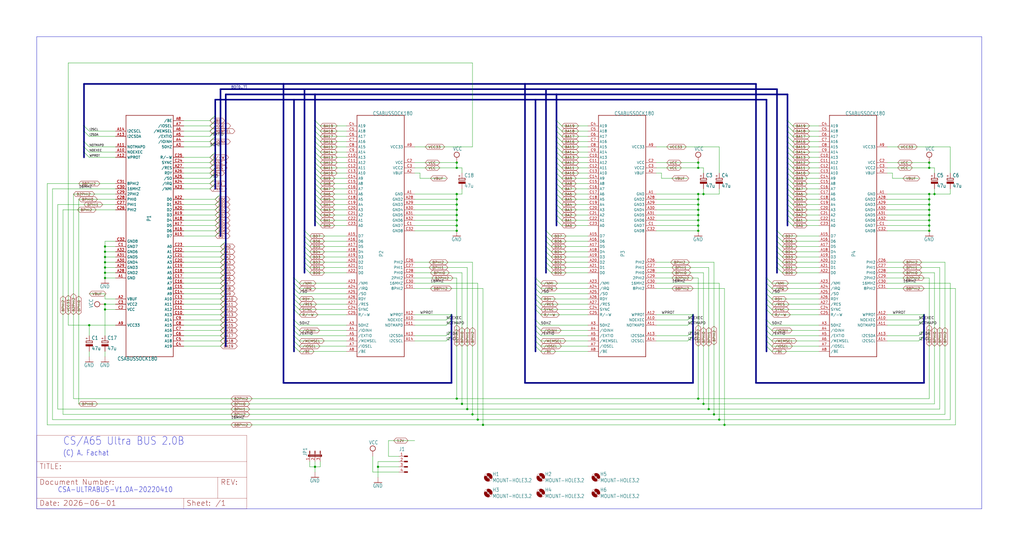
<source format=kicad_sch>
(kicad_sch (version 20231120) (generator "eeschema") (generator_version "8.0")
  (paper "User" 495.452 266.852)
  (junction (at 342.9 198.12))
  (junction (at 449.58 78.74))
  (junction (at 50.8 121.92))
  (junction (at 449.58 96.52))
  (junction (at 449.58 101.6))
  (junction (at 449.58 111.76))
  (junction (at 226.06 198.12))
  (junction (at 337.82 111.76))
  (junction (at 50.8 147.32))
  (junction (at 50.8 132.08))
  (junction (at 345.44 200.66))
  (junction (at 228.6 200.66))
  (junction (at 223.52 195.58))
  (junction (at 337.82 93.98))
  (junction (at 43.18 157.48))
  (junction (at 50.8 129.54))
  (junction (at 340.36 195.58))
  (junction (at 220.98 109.22))
  (junction (at 220.98 99.06))
  (junction (at 231.14 203.2))
  (junction (at 449.58 93.98))
  (junction (at 340.36 93.98))
  (junction (at 50.8 119.38))
  (junction (at 50.8 124.46))
  (junction (at 350.52 205.74))
  (junction (at 337.82 78.74))
  (junction (at 337.82 101.6))
  (junction (at 220.98 101.6))
  (junction (at 337.82 81.28))
  (junction (at 182.88 226.06))
  (junction (at 452.12 93.98))
  (junction (at 220.98 111.76))
  (junction (at 152.4 226.06))
  (junction (at 337.82 96.52))
  (junction (at 449.58 104.14))
  (junction (at 347.98 203.2))
  (junction (at 337.82 104.14))
  (junction (at 220.98 78.74))
  (junction (at 220.98 193.04))
  (junction (at 337.82 106.68))
  (junction (at 337.82 193.04))
  (junction (at 50.8 127))
  (junction (at 449.58 81.28))
  (junction (at 50.8 149.86))
  (junction (at 449.58 109.22))
  (junction (at 220.98 104.14))
  (junction (at 220.98 106.68))
  (junction (at 220.98 81.28))
  (junction (at 233.68 205.74))
  (junction (at 220.98 96.52))
  (junction (at 337.82 99.06))
  (junction (at 337.82 109.22))
  (junction (at 449.58 106.68))
  (junction (at 220.98 93.98))
  (junction (at 50.8 134.62))
  (junction (at 449.58 99.06))
  (bus_entry (at 106.68 124.46) (size 2.54 -2.54))
  (bus_entry (at 144.78 152.4) (size -2.54 -2.54))
  (bus_entry (at 373.38 147.32) (size -2.54 -2.54))
  (bus_entry (at 101.6 71.12) (size 2.54 -2.54))
  (bus_entry (at 266.7 116.84) (size -2.54 -2.54))
  (bus_entry (at 271.78 88.9) (size -2.54 -2.54))
  (bus_entry (at 332.74 165.1) (size 2.54 -2.54))
  (bus_entry (at 154.94 109.22) (size -2.54 -2.54))
  (bus_entry (at 106.68 134.62) (size 2.54 -2.54))
  (bus_entry (at 154.94 68.58) (size -2.54 -2.54))
  (bus_entry (at 383.54 76.2) (size -2.54 -2.54))
  (bus_entry (at 261.62 147.32) (size -2.54 -2.54))
  (bus_entry (at 106.68 139.7) (size 2.54 -2.54))
  (bus_entry (at 383.54 88.9) (size -2.54 -2.54))
  (bus_entry (at 101.6 68.58) (size 2.54 -2.54))
  (bus_entry (at 101.6 60.96) (size 2.54 -2.54))
  (bus_entry (at 266.7 119.38) (size -2.54 -2.54))
  (bus_entry (at 271.78 93.98) (size -2.54 -2.54))
  (bus_entry (at 383.54 96.52) (size -2.54 -2.54))
  (bus_entry (at 373.38 142.24) (size -2.54 -2.54))
  (bus_entry (at 154.94 104.14) (size -2.54 -2.54))
  (bus_entry (at 383.54 106.68) (size -2.54 -2.54))
  (bus_entry (at 144.78 162.56) (size -2.54 -2.54))
  (bus_entry (at 104.14 101.6) (size 2.54 -2.54))
  (bus_entry (at 101.6 78.74) (size 2.54 -2.54))
  (bus_entry (at 144.78 144.78) (size -2.54 -2.54))
  (bus_entry (at 383.54 78.74) (size -2.54 -2.54))
  (bus_entry (at 383.54 86.36) (size -2.54 -2.54))
  (bus_entry (at 271.78 76.2) (size -2.54 -2.54))
  (bus_entry (at 373.38 160.02) (size -2.54 -2.54))
  (bus_entry (at 106.68 132.08) (size 2.54 -2.54))
  (bus_entry (at 144.78 157.48) (size -2.54 -2.54))
  (bus_entry (at 261.62 160.02) (size -2.54 -2.54))
  (bus_entry (at 104.14 104.14) (size 2.54 -2.54))
  (bus_entry (at 373.38 170.18) (size -2.54 -2.54))
  (bus_entry (at 373.38 139.7) (size -2.54 -2.54))
  (bus_entry (at 154.94 86.36) (size -2.54 -2.54))
  (bus_entry (at 149.86 124.46) (size -2.54 -2.54))
  (bus_entry (at 101.6 66.04) (size 2.54 -2.54))
  (bus_entry (at 149.86 119.38) (size -2.54 -2.54))
  (bus_entry (at 261.62 139.7) (size -2.54 -2.54))
  (bus_entry (at 149.86 132.08) (size -2.54 -2.54))
  (bus_entry (at 154.94 101.6) (size -2.54 -2.54))
  (bus_entry (at 261.62 157.48) (size -2.54 -2.54))
  (bus_entry (at 106.68 144.78) (size 2.54 -2.54))
  (bus_entry (at 261.62 149.86) (size -2.54 -2.54))
  (bus_entry (at 266.7 129.54) (size -2.54 -2.54))
  (bus_entry (at 271.78 96.52) (size -2.54 -2.54))
  (bus_entry (at 104.14 114.3) (size 2.54 -2.54))
  (bus_entry (at 383.54 104.14) (size -2.54 -2.54))
  (bus_entry (at 43.18 71.12) (size -2.54 -2.54))
  (bus_entry (at 378.46 129.54) (size -2.54 -2.54))
  (bus_entry (at 261.62 142.24) (size -2.54 -2.54))
  (bus_entry (at 332.74 157.48) (size 2.54 -2.54))
  (bus_entry (at 144.78 142.24) (size -2.54 -2.54))
  (bus_entry (at 215.9 162.56) (size 2.54 -2.54))
  (bus_entry (at 101.6 63.5) (size 2.54 -2.54))
  (bus_entry (at 373.38 165.1) (size -2.54 -2.54))
  (bus_entry (at 373.38 144.78) (size -2.54 -2.54))
  (bus_entry (at 373.38 167.64) (size -2.54 -2.54))
  (bus_entry (at 271.78 101.6) (size -2.54 -2.54))
  (bus_entry (at 261.62 170.18) (size -2.54 -2.54))
  (bus_entry (at 154.94 78.74) (size -2.54 -2.54))
  (bus_entry (at 271.78 91.44) (size -2.54 -2.54))
  (bus_entry (at 106.68 154.94) (size 2.54 -2.54))
  (bus_entry (at 271.78 78.74) (size -2.54 -2.54))
  (bus_entry (at 444.5 154.94) (size 2.54 -2.54))
  (bus_entry (at 266.7 127) (size -2.54 -2.54))
  (bus_entry (at 101.6 86.36) (size 2.54 -2.54))
  (bus_entry (at 106.68 147.32) (size 2.54 -2.54))
  (bus_entry (at 271.78 81.28) (size -2.54 -2.54))
  (bus_entry (at 378.46 119.38) (size -2.54 -2.54))
  (bus_entry (at 271.78 66.04) (size -2.54 -2.54))
  (bus_entry (at 101.6 81.28) (size 2.54 -2.54))
  (bus_entry (at 383.54 91.44) (size -2.54 -2.54))
  (bus_entry (at 378.46 114.3) (size -2.54 -2.54))
  (bus_entry (at 144.78 147.32) (size -2.54 -2.54))
  (bus_entry (at 106.68 160.02) (size 2.54 -2.54))
  (bus_entry (at 144.78 160.02) (size -2.54 -2.54))
  (bus_entry (at 383.54 60.96) (size -2.54 -2.54))
  (bus_entry (at 261.62 152.4) (size -2.54 -2.54))
  (bus_entry (at 104.14 109.22) (size 2.54 -2.54))
  (bus_entry (at 215.9 157.48) (size 2.54 -2.54))
  (bus_entry (at 154.94 83.82) (size -2.54 -2.54))
  (bus_entry (at 144.78 165.1) (size -2.54 -2.54))
  (bus_entry (at 261.62 162.56) (size -2.54 -2.54))
  (bus_entry (at 154.94 88.9) (size -2.54 -2.54))
  (bus_entry (at 261.62 167.64) (size -2.54 -2.54))
  (bus_entry (at 383.54 66.04) (size -2.54 -2.54))
  (bus_entry (at 149.86 116.84) (size -2.54 -2.54))
  (bus_entry (at 154.94 66.04) (size -2.54 -2.54))
  (bus_entry (at 106.68 119.38) (size 2.54 -2.54))
  (bus_entry (at 378.46 116.84) (size -2.54 -2.54))
  (bus_entry (at 378.46 124.46) (size -2.54 -2.54))
  (bus_entry (at 261.62 144.78) (size -2.54 -2.54))
  (bus_entry (at 104.14 111.76) (size 2.54 -2.54))
  (bus_entry (at 144.78 149.86) (size -2.54 -2.54))
  (bus_entry (at 43.18 63.5) (size -2.54 -2.54))
  (bus_entry (at 101.6 88.9) (size 2.54 -2.54))
  (bus_entry (at 261.62 137.16) (size -2.54 -2.54))
  (bus_entry (at 271.78 106.68) (size -2.54 -2.54))
  (bus_entry (at 106.68 142.24) (size 2.54 -2.54))
  (bus_entry (at 154.94 99.06) (size -2.54 -2.54))
  (bus_entry (at 104.14 99.06) (size 2.54 -2.54))
  (bus_entry (at 154.94 63.5) (size -2.54 -2.54))
  (bus_entry (at 266.7 132.08) (size -2.54 -2.54))
  (bus_entry (at 378.46 132.08) (size -2.54 -2.54))
  (bus_entry (at 144.78 167.64) (size -2.54 -2.54))
  (bus_entry (at 332.74 162.56) (size 2.54 -2.54))
  (bus_entry (at 106.68 165.1) (size 2.54 -2.54))
  (bus_entry (at 101.6 76.2) (size 2.54 -2.54))
  (bus_entry (at 106.68 129.54) (size 2.54 -2.54))
  (bus_entry (at 101.6 91.44) (size 2.54 -2.54))
  (bus_entry (at 106.68 127) (size 2.54 -2.54))
  (bus_entry (at 383.54 73.66) (size -2.54 -2.54))
  (bus_entry (at 271.78 86.36) (size -2.54 -2.54))
  (bus_entry (at 383.54 93.98) (size -2.54 -2.54))
  (bus_entry (at 271.78 99.06) (size -2.54 -2.54))
  (bus_entry (at 215.9 154.94) (size 2.54 -2.54))
  (bus_entry (at 149.86 127) (size -2.54 -2.54))
  (bus_entry (at 106.68 157.48) (size 2.54 -2.54))
  (bus_entry (at 383.54 68.58) (size -2.54 -2.54))
  (bus_entry (at 154.94 93.98) (size -2.54 -2.54))
  (bus_entry (at 271.78 109.22) (size -2.54 -2.54))
  (bus_entry (at 149.86 121.92) (size -2.54 -2.54))
  (bus_entry (at 154.94 96.52) (size -2.54 -2.54))
  (bus_entry (at 378.46 121.92) (size -2.54 -2.54))
  (bus_entry (at 383.54 99.06) (size -2.54 -2.54))
  (bus_entry (at 106.68 162.56) (size 2.54 -2.54))
  (bus_entry (at 444.5 157.48) (size 2.54 -2.54))
  (bus_entry (at 373.38 152.4) (size -2.54 -2.54))
  (bus_entry (at 271.78 83.82) (size -2.54 -2.54))
  (bus_entry (at 215.9 165.1) (size 2.54 -2.54))
  (bus_entry (at 383.54 71.12) (size -2.54 -2.54))
  (bus_entry (at 444.5 162.56) (size 2.54 -2.54))
  (bus_entry (at 43.18 73.66) (size -2.54 -2.54))
  (bus_entry (at 271.78 73.66) (size -2.54 -2.54))
  (bus_entry (at 383.54 63.5) (size -2.54 -2.54))
  (bus_entry (at 373.38 162.56) (size -2.54 -2.54))
  (bus_entry (at 383.54 83.82) (size -2.54 -2.54))
  (bus_entry (at 149.86 129.54) (size -2.54 -2.54))
  (bus_entry (at 106.68 152.4) (size 2.54 -2.54))
  (bus_entry (at 154.94 71.12) (size -2.54 -2.54))
  (bus_entry (at 373.38 157.48) (size -2.54 -2.54))
  (bus_entry (at 266.7 121.92) (size -2.54 -2.54))
  (bus_entry (at 332.74 154.94) (size 2.54 -2.54))
  (bus_entry (at 43.18 66.04) (size -2.54 -2.54))
  (bus_entry (at 149.86 114.3) (size -2.54 -2.54))
  (bus_entry (at 106.68 121.92) (size 2.54 -2.54))
  (bus_entry (at 154.94 76.2) (size -2.54 -2.54))
  (bus_entry (at 154.94 73.66) (size -2.54 -2.54))
  (bus_entry (at 261.62 165.1) (size -2.54 -2.54))
  (bus_entry (at 144.78 137.16) (size -2.54 -2.54))
  (bus_entry (at 144.78 170.18) (size -2.54 -2.54))
  (bus_entry (at 154.94 91.44) (size -2.54 -2.54))
  (bus_entry (at 271.78 68.58) (size -2.54 -2.54))
  (bus_entry (at 104.14 96.52) (size 2.54 -2.54))
  (bus_entry (at 106.68 137.16) (size 2.54 -2.54))
  (bus_entry (at 271.78 71.12) (size -2.54 -2.54))
  (bus_entry (at 43.18 76.2) (size -2.54 -2.54))
  (bus_entry (at 383.54 81.28) (size -2.54 -2.54))
  (bus_entry (at 266.7 124.46) (size -2.54 -2.54))
  (bus_entry (at 271.78 63.5) (size -2.54 -2.54))
  (bus_entry (at 444.5 165.1) (size 2.54 -2.54))
  (bus_entry (at 106.68 167.64) (size 2.54 -2.54))
  (bus_entry (at 106.68 149.86) (size 2.54 -2.54))
  (bus_entry (at 271.78 60.96) (size -2.54 -2.54))
  (bus_entry (at 373.38 149.86) (size -2.54 -2.54))
  (bus_entry (at 154.94 81.28) (size -2.54 -2.54))
  (bus_entry (at 383.54 101.6) (size -2.54 -2.54))
  (bus_entry (at 101.6 58.42) (size 2.54 -2.54))
  (bus_entry (at 378.46 127) (size -2.54 -2.54))
  (bus_entry (at 144.78 139.7) (size -2.54 -2.54))
  (bus_entry (at 383.54 109.22) (size -2.54 -2.54))
  (bus_entry (at 101.6 83.82) (size 2.54 -2.54))
  (bus_entry (at 154.94 106.68) (size -2.54 -2.54))
  (bus_entry (at 271.78 104.14) (size -2.54 -2.54))
  (bus_entry (at 154.94 60.96) (size -2.54 -2.54))
  (bus_entry (at 266.7 114.3) (size -2.54 -2.54))
  (bus_entry (at 104.14 106.68) (size 2.54 -2.54))
  (bus_entry (at 373.38 137.16) (size -2.54 -2.54))
  (bus (pts (xy 370.84 157.48) (xy 370.84 160.02)) (stroke (width 0.762)))
  (wire (pts (xy 317.5 109.22) (xy 337.82 109.22)) (stroke (width 0.1524)))
  (bus (pts (xy 106.68 114.3) (xy 106.68 111.76)) (stroke (width 0.762)))
  (wire (pts (xy 457.2 200.66) (xy 457.2 127)) (stroke (width 0.1524)))
  (bus (pts (xy 142.24 134.62) (xy 142.24 137.16)) (stroke (width 0.762)))
  (wire (pts (xy 452.12 132.08) (xy 429.26 132.08)) (stroke (width 0.1524)))
  (wire (pts (xy 320.04 86.36) (xy 332.74 86.36)) (stroke (width 0.1524)))
  (bus (pts (xy 109.22 121.92) (xy 109.22 119.38)) (stroke (width 0.762)))
  (wire (pts (xy 30.48 101.6) (xy 30.48 200.66)) (stroke (width 0.1524)))
  (wire (pts (xy 396.24 132.08) (xy 378.46 132.08)) (stroke (width 0.1524)))
  (wire (pts (xy 167.64 81.28) (xy 154.94 81.28)) (stroke (width 0.1524)))
  (wire (pts (xy 193.04 220.98) (xy 187.96 220.98)) (stroke (width 0.1524)))
  (bus (pts (xy 381 86.36) (xy 381 88.9)) (stroke (width 0.762)))
  (bus (pts (xy 104.14 76.2) (xy 104.14 73.66)) (stroke (width 0.762)))
  (bus (pts (xy 264.16 111.76) (xy 264.16 114.3)) (stroke (width 0.762)))
  (wire (pts (xy 396.24 144.78) (xy 373.38 144.78)) (stroke (width 0.1524)))
  (wire (pts (xy 38.1 96.52) (xy 38.1 195.58)) (stroke (width 0.1524)))
  (wire (pts (xy 55.88 116.84) (xy 50.8 116.84)) (stroke (width 0.1524)))
  (wire (pts (xy 167.64 93.98) (xy 154.94 93.98)) (stroke (width 0.1524)))
  (wire (pts (xy 396.24 147.32) (xy 373.38 147.32)) (stroke (width 0.1524)))
  (wire (pts (xy 396.24 83.82) (xy 383.54 83.82)) (stroke (width 0.1524)))
  (wire (pts (xy 88.9 139.7) (xy 106.68 139.7)) (stroke (width 0.1524)))
  (bus (pts (xy 147.32 114.3) (xy 147.32 116.84)) (stroke (width 0.762)))
  (bus (pts (xy 147.32 127) (xy 147.32 129.54)) (stroke (width 0.762)))
  (wire (pts (xy 396.24 106.68) (xy 383.54 106.68)) (stroke (width 0.1524)))
  (wire (pts (xy 396.24 114.3) (xy 378.46 114.3)) (stroke (width 0.1524)))
  (bus (pts (xy 109.22 132.08) (xy 109.22 129.54)) (stroke (width 0.762)))
  (bus (pts (xy 264.16 43.18) (xy 264.16 111.76)) (stroke (width 0.762)))
  (wire (pts (xy 429.26 154.94) (xy 444.5 154.94)) (stroke (width 0.1524)))
  (wire (pts (xy 431.8 86.36) (xy 444.5 86.36)) (stroke (width 0.1524)))
  (bus (pts (xy 259.08 144.78) (xy 259.08 147.32)) (stroke (width 0.762)))
  (bus (pts (xy 269.24 73.66) (xy 269.24 76.2)) (stroke (width 0.762)))
  (wire (pts (xy 200.66 162.56) (xy 215.9 162.56)) (stroke (width 0.1524)))
  (wire (pts (xy 50.8 172.72) (xy 50.8 170.18)) (stroke (width 0.1524)))
  (wire (pts (xy 396.24 78.74) (xy 383.54 78.74)) (stroke (width 0.1524)))
  (wire (pts (xy 220.98 81.28) (xy 220.98 78.74)) (stroke (width 0.1524)))
  (wire (pts (xy 396.24 121.92) (xy 378.46 121.92)) (stroke (width 0.1524)))
  (wire (pts (xy 167.64 170.18) (xy 144.78 170.18)) (stroke (width 0.1524)))
  (bus (pts (xy 142.24 48.26) (xy 142.24 134.62)) (stroke (width 0.762)))
  (wire (pts (xy 396.24 76.2) (xy 383.54 76.2)) (stroke (width 0.1524)))
  (bus (pts (xy 269.24 96.52) (xy 269.24 99.06)) (stroke (width 0.762)))
  (bus (pts (xy 152.4 99.06) (xy 152.4 101.6)) (stroke (width 0.762)))
  (bus (pts (xy 142.24 167.64) (xy 142.24 170.18)) (stroke (width 0.762)))
  (bus (pts (xy 109.22 134.62) (xy 109.22 132.08)) (stroke (width 0.762)))
  (wire (pts (xy 284.48 76.2) (xy 271.78 76.2)) (stroke (width 0.1524)))
  (wire (pts (xy 55.88 129.54) (xy 50.8 129.54)) (stroke (width 0.1524)))
  (wire (pts (xy 187.96 220.98) (xy 187.96 213.36)) (stroke (width 0.1524)))
  (wire (pts (xy 347.98 71.12) (xy 347.98 83.82)) (stroke (width 0.1524)))
  (wire (pts (xy 337.82 109.22) (xy 337.82 111.76)) (stroke (width 0.1524)))
  (wire (pts (xy 284.48 73.66) (xy 271.78 73.66)) (stroke (width 0.1524)))
  (wire (pts (xy 340.36 93.98) (xy 340.36 91.44)) (stroke (width 0.1524)))
  (bus (pts (xy 147.32 116.84) (xy 147.32 119.38)) (stroke (width 0.762)))
  (wire (pts (xy 449.58 93.98) (xy 449.58 96.52)) (stroke (width 0.1524)))
  (wire (pts (xy 88.9 157.48) (xy 106.68 157.48)) (stroke (width 0.1524)))
  (wire (pts (xy 284.48 114.3) (xy 266.7 114.3)) (stroke (width 0.1524)))
  (bus (pts (xy 365.76 185.42) (xy 447.04 185.42)) (stroke (width 0.762)))
  (wire (pts (xy 317.5 162.56) (xy 332.74 162.56)) (stroke (width 0.1524)))
  (bus (pts (xy 381 83.82) (xy 381 86.36)) (stroke (width 0.762)))
  (bus (pts (xy 147.32 129.54) (xy 147.32 132.08)) (stroke (width 0.762)))
  (wire (pts (xy 88.9 111.76) (xy 104.14 111.76)) (stroke (width 0.1524)))
  (bus (pts (xy 259.08 134.62) (xy 259.08 137.16)) (stroke (width 0.762)))
  (wire (pts (xy 396.24 162.56) (xy 373.38 162.56)) (stroke (width 0.1524)))
  (wire (pts (xy 228.6 200.66) (xy 345.44 200.66)) (stroke (width 0.1524)))
  (wire (pts (xy 452.12 195.58) (xy 452.12 132.08)) (stroke (width 0.1524)))
  (wire (pts (xy 342.9 198.12) (xy 454.66 198.12)) (stroke (width 0.1524)))
  (wire (pts (xy 396.24 71.12) (xy 383.54 71.12)) (stroke (width 0.1524)))
  (wire (pts (xy 43.18 157.48) (xy 33.02 157.48)) (stroke (width 0.1524)))
  (wire (pts (xy 284.48 162.56) (xy 261.62 162.56)) (stroke (width 0.1524)))
  (bus (pts (xy 106.68 104.14) (xy 106.68 101.6)) (stroke (width 0.762)))
  (bus (pts (xy 109.22 139.7) (xy 109.22 137.16)) (stroke (width 0.762)))
  (bus (pts (xy 370.84 147.32) (xy 370.84 149.86)) (stroke (width 0.762)))
  (wire (pts (xy 88.9 129.54) (xy 106.68 129.54)) (stroke (width 0.1524)))
  (wire (pts (xy 459.74 137.16) (xy 459.74 203.2)) (stroke (width 0.1524)))
  (wire (pts (xy 88.9 78.74) (xy 101.6 78.74)) (stroke (width 0.1524)))
  (wire (pts (xy 342.9 198.12) (xy 342.9 129.54)) (stroke (width 0.1524)))
  (wire (pts (xy 200.66 111.76) (xy 220.98 111.76)) (stroke (width 0.1524)))
  (bus (pts (xy 142.24 147.32) (xy 142.24 149.86)) (stroke (width 0.762)))
  (wire (pts (xy 25.4 203.2) (xy 25.4 91.44)) (stroke (width 0.1524)))
  (wire (pts (xy 182.88 223.52) (xy 182.88 226.06)) (stroke (width 0.1524)))
  (bus (pts (xy 109.22 165.1) (xy 109.22 162.56)) (stroke (width 0.762)))
  (wire (pts (xy 429.26 157.48) (xy 444.5 157.48)) (stroke (width 0.1524)))
  (wire (pts (xy 317.5 134.62) (xy 337.82 134.62)) (stroke (width 0.1524)))
  (wire (pts (xy 88.9 124.46) (xy 106.68 124.46)) (stroke (width 0.1524)))
  (wire (pts (xy 449.58 81.28) (xy 449.58 78.74)) (stroke (width 0.1524)))
  (wire (pts (xy 396.24 137.16) (xy 373.38 137.16)) (stroke (width 0.1524)))
  (bus (pts (xy 264.16 43.18) (xy 375.92 43.18)) (stroke (width 0.762)))
  (wire (pts (xy 220.98 106.68) (xy 220.98 109.22)) (stroke (width 0.1524)))
  (bus (pts (xy 104.14 91.44) (xy 104.14 88.9)) (stroke (width 0.762)))
  (bus (pts (xy 109.22 127) (xy 109.22 124.46)) (stroke (width 0.762)))
  (wire (pts (xy 231.14 137.16) (xy 200.66 137.16)) (stroke (width 0.1524)))
  (bus (pts (xy 152.4 93.98) (xy 152.4 96.52)) (stroke (width 0.762)))
  (bus (pts (xy 147.32 121.92) (xy 147.32 124.46)) (stroke (width 0.762)))
  (wire (pts (xy 55.88 134.62) (xy 50.8 134.62)) (stroke (width 0.1524)))
  (wire (pts (xy 220.98 109.22) (xy 220.98 111.76)) (stroke (width 0.1524)))
  (bus (pts (xy 269.24 71.12) (xy 269.24 73.66)) (stroke (width 0.762)))
  (bus (pts (xy 109.22 147.32) (xy 109.22 144.78)) (stroke (width 0.762)))
  (wire (pts (xy 317.5 101.6) (xy 337.82 101.6)) (stroke (width 0.1524)))
  (wire (pts (xy 449.58 81.28) (xy 452.12 81.28)) (stroke (width 0.1524)))
  (bus (pts (xy 370.84 139.7) (xy 370.84 142.24)) (stroke (width 0.762)))
  (wire (pts (xy 452.12 93.98) (xy 459.74 93.98)) (stroke (width 0.1524)))
  (bus (pts (xy 106.68 106.68) (xy 106.68 104.14)) (stroke (width 0.762)))
  (wire (pts (xy 396.24 129.54) (xy 378.46 129.54)) (stroke (width 0.1524)))
  (wire (pts (xy 200.66 99.06) (xy 220.98 99.06)) (stroke (width 0.1524)))
  (wire (pts (xy 193.04 226.06) (xy 182.88 226.06)) (stroke (width 0.1524)))
  (wire (pts (xy 22.86 205.74) (xy 22.86 88.9)) (stroke (width 0.1524)))
  (wire (pts (xy 203.2 86.36) (xy 215.9 86.36)) (stroke (width 0.1524)))
  (bus (pts (xy 147.32 124.46) (xy 147.32 127)) (stroke (width 0.762)))
  (wire (pts (xy 431.8 83.82) (xy 431.8 86.36)) (stroke (width 0.1524)))
  (wire (pts (xy 284.48 66.04) (xy 271.78 66.04)) (stroke (width 0.1524)))
  (wire (pts (xy 167.64 165.1) (xy 144.78 165.1)) (stroke (width 0.1524)))
  (bus (pts (xy 259.08 162.56) (xy 259.08 165.1)) (stroke (width 0.762)))
  (wire (pts (xy 396.24 167.64) (xy 373.38 167.64)) (stroke (width 0.1524)))
  (bus (pts (xy 259.08 48.26) (xy 259.08 134.62)) (stroke (width 0.762)))
  (wire (pts (xy 88.9 137.16) (xy 106.68 137.16)) (stroke (width 0.1524)))
  (bus (pts (xy 259.08 142.24) (xy 259.08 144.78)) (stroke (width 0.762)))
  (bus (pts (xy 104.14 48.26) (xy 142.24 48.26)) (stroke (width 0.762)))
  (bus (pts (xy 152.4 73.66) (xy 152.4 76.2)) (stroke (width 0.762)))
  (wire (pts (xy 88.9 71.12) (xy 101.6 71.12)) (stroke (width 0.1524)))
  (wire (pts (xy 180.34 228.6) (xy 180.34 220.98)) (stroke (width 0.1524)))
  (wire (pts (xy 55.88 66.04) (xy 43.18 66.04)) (stroke (width 0.1524)))
  (wire (pts (xy 88.9 147.32) (xy 106.68 147.32)) (stroke (width 0.1524)))
  (wire (pts (xy 396.24 152.4) (xy 373.38 152.4)) (stroke (width 0.1524)))
  (bus (pts (xy 259.08 165.1) (xy 259.08 167.64)) (stroke (width 0.762)))
  (wire (pts (xy 187.96 213.36) (xy 200.66 213.36)) (stroke (width 0.1524)))
  (bus (pts (xy 375.92 116.84) (xy 375.92 119.38)) (stroke (width 0.762)))
  (wire (pts (xy 429.26 165.1) (xy 444.5 165.1)) (stroke (width 0.1524)))
  (wire (pts (xy 88.9 121.92) (xy 106.68 121.92)) (stroke (width 0.1524)))
  (wire (pts (xy 452.12 81.28) (xy 452.12 83.82)) (stroke (width 0.1524)))
  (wire (pts (xy 459.74 93.98) (xy 459.74 91.44)) (stroke (width 0.1524)))
  (wire (pts (xy 454.66 198.12) (xy 454.66 129.54)) (stroke (width 0.1524)))
  (wire (pts (xy 231.14 203.2) (xy 347.98 203.2)) (stroke (width 0.1524)))
  (bus (pts (xy 259.08 167.64) (xy 259.08 170.18)) (stroke (width 0.762)))
  (wire (pts (xy 284.48 93.98) (xy 271.78 93.98)) (stroke (width 0.1524)))
  (bus (pts (xy 40.64 76.2) (xy 40.64 73.66)) (stroke (width 0.762)))
  (bus (pts (xy 254 185.42) (xy 335.28 185.42)) (stroke (width 0.762)))
  (wire (pts (xy 55.88 88.9) (xy 22.86 88.9)) (stroke (width 0.1524)))
  (wire (pts (xy 396.24 88.9) (xy 383.54 88.9)) (stroke (width 0.1524)))
  (wire (pts (xy 200.66 109.22) (xy 220.98 109.22)) (stroke (width 0.1524)))
  (bus (pts (xy 104.14 66.04) (xy 104.14 63.5)) (stroke (width 0.762)))
  (wire (pts (xy 35.56 93.98) (xy 35.56 193.04)) (stroke (width 0.1524)))
  (bus (pts (xy 370.84 154.94) (xy 370.84 157.48)) (stroke (width 0.762)))
  (wire (pts (xy 337.82 99.06) (xy 337.82 101.6)) (stroke (width 0.1524)))
  (wire (pts (xy 396.24 101.6) (xy 383.54 101.6)) (stroke (width 0.1524)))
  (wire (pts (xy 345.44 200.66) (xy 345.44 127)) (stroke (width 0.1524)))
  (bus (pts (xy 381 101.6) (xy 381 104.14)) (stroke (width 0.762)))
  (bus (pts (xy 152.4 78.74) (xy 152.4 81.28)) (stroke (width 0.762)))
  (bus (pts (xy 40.64 40.64) (xy 137.16 40.64)) (stroke (width 0.762)))
  (wire (pts (xy 337.82 134.62) (xy 337.82 193.04)) (stroke (width 0.1524)))
  (wire (pts (xy 220.98 193.04) (xy 337.82 193.04)) (stroke (width 0.1524)))
  (wire (pts (xy 396.24 139.7) (xy 373.38 139.7)) (stroke (width 0.1524)))
  (bus (pts (xy 259.08 154.94) (xy 259.08 157.48)) (stroke (width 0.762)))
  (wire (pts (xy 55.88 127) (xy 50.8 127)) (stroke (width 0.1524)))
  (wire (pts (xy 149.86 223.52) (xy 149.86 226.06)) (stroke (width 0.1524)))
  (wire (pts (xy 43.18 162.56) (xy 43.18 157.48)) (stroke (width 0.1524)))
  (wire (pts (xy 167.64 129.54) (xy 149.86 129.54)) (stroke (width 0.1524)))
  (wire (pts (xy 167.64 73.66) (xy 154.94 73.66)) (stroke (width 0.1524)))
  (wire (pts (xy 167.64 162.56) (xy 144.78 162.56)) (stroke (width 0.1524)))
  (wire (pts (xy 449.58 101.6) (xy 449.58 104.14)) (stroke (width 0.1524)))
  (bus (pts (xy 259.08 160.02) (xy 259.08 162.56)) (stroke (width 0.762)))
  (wire (pts (xy 167.64 127) (xy 149.86 127)) (stroke (width 0.1524)))
  (wire (pts (xy 396.24 116.84) (xy 378.46 116.84)) (stroke (width 0.1524)))
  (wire (pts (xy 317.5 106.68) (xy 337.82 106.68)) (stroke (width 0.1524)))
  (bus (pts (xy 152.4 83.82) (xy 152.4 86.36)) (stroke (width 0.762)))
  (bus (pts (xy 259.08 139.7) (xy 259.08 142.24)) (stroke (width 0.762)))
  (bus (pts (xy 104.14 55.88) (xy 104.14 48.26)) (stroke (width 0.762)))
  (bus (pts (xy 109.22 142.24) (xy 109.22 139.7)) (stroke (width 0.762)))
  (wire (pts (xy 154.94 226.06) (xy 154.94 223.52)) (stroke (width 0.1524)))
  (wire (pts (xy 459.74 137.16) (xy 429.26 137.16)) (stroke (width 0.1524)))
  (wire (pts (xy 167.64 66.04) (xy 154.94 66.04)) (stroke (width 0.1524)))
  (bus (pts (xy 40.64 60.96) (xy 40.64 40.64)) (stroke (width 0.762)))
  (wire (pts (xy 226.06 198.12) (xy 226.06 129.54)) (stroke (width 0.1524)))
  (bus (pts (xy 375.92 127) (xy 375.92 129.54)) (stroke (width 0.762)))
  (bus (pts (xy 104.14 73.66) (xy 104.14 68.58)) (stroke (width 0.762)))
  (bus (pts (xy 370.84 48.26) (xy 370.84 134.62)) (stroke (width 0.762)))
  (wire (pts (xy 149.86 226.06) (xy 152.4 226.06)) (stroke (width 0.1524)))
  (bus (pts (xy 142.24 149.86) (xy 142.24 154.94)) (stroke (width 0.762)))
  (wire (pts (xy 347.98 93.98) (xy 347.98 91.44)) (stroke (width 0.1524)))
  (wire (pts (xy 284.48 116.84) (xy 266.7 116.84)) (stroke (width 0.1524)))
  (bus (pts (xy 269.24 45.72) (xy 381 45.72)) (stroke (width 0.762)))
  (bus (pts (xy 381 96.52) (xy 381 99.06)) (stroke (width 0.762)))
  (wire (pts (xy 200.66 93.98) (xy 220.98 93.98)) (stroke (width 0.1524)))
  (wire (pts (xy 167.64 114.3) (xy 149.86 114.3)) (stroke (width 0.1524)))
  (wire (pts (xy 55.88 132.08) (xy 50.8 132.08)) (stroke (width 0.1524)))
  (bus (pts (xy 259.08 147.32) (xy 259.08 149.86)) (stroke (width 0.762)))
  (wire (pts (xy 167.64 106.68) (xy 154.94 106.68)) (stroke (width 0.1524)))
  (wire (pts (xy 429.26 152.4) (xy 447.04 152.4)) (stroke (width 0.1524)))
  (wire (pts (xy 233.68 205.74) (xy 350.52 205.74)) (stroke (width 0.1524)))
  (wire (pts (xy 429.26 93.98) (xy 449.58 93.98)) (stroke (width 0.1524)))
  (wire (pts (xy 167.64 121.92) (xy 149.86 121.92)) (stroke (width 0.1524)))
  (wire (pts (xy 88.9 88.9) (xy 101.6 88.9)) (stroke (width 0.1524)))
  (wire (pts (xy 459.74 71.12) (xy 459.74 83.82)) (stroke (width 0.1524)))
  (bus (pts (xy 381 58.42) (xy 381 60.96)) (stroke (width 0.762)))
  (wire (pts (xy 193.04 223.52) (xy 182.88 223.52)) (stroke (width 0.1524)))
  (wire (pts (xy 167.64 83.82) (xy 154.94 83.82)) (stroke (width 0.1524)))
  (wire (pts (xy 228.6 30.48) (xy 228.6 71.12)) (stroke (width 0.1524)))
  (wire (pts (xy 167.64 71.12) (xy 154.94 71.12)) (stroke (width 0.1524)))
  (wire (pts (xy 50.8 144.78) (xy 50.8 142.24)) (stroke (width 0.1524)))
  (wire (pts (xy 396.24 81.28) (xy 383.54 81.28)) (stroke (width 0.1524)))
  (wire (pts (xy 88.9 106.68) (xy 104.14 106.68)) (stroke (width 0.1524)))
  (wire (pts (xy 167.64 147.32) (xy 144.78 147.32)) (stroke (width 0.1524)))
  (wire (pts (xy 88.9 132.08) (xy 106.68 132.08)) (stroke (width 0.1524)))
  (wire (pts (xy 284.48 109.22) (xy 271.78 109.22)) (stroke (width 0.1524)))
  (wire (pts (xy 284.48 127) (xy 266.7 127)) (stroke (width 0.1524)))
  (wire (pts (xy 88.9 68.58) (xy 101.6 68.58)) (stroke (width 0.1524)))
  (wire (pts (xy 284.48 83.82) (xy 271.78 83.82)) (stroke (width 0.1524)))
  (bus (pts (xy 40.64 63.5) (xy 40.64 60.96)) (stroke (width 0.762)))
  (wire (pts (xy 223.52 195.58) (xy 340.36 195.58)) (stroke (width 0.1524)))
  (bus (pts (xy 381 78.74) (xy 381 81.28)) (stroke (width 0.762)))
  (wire (pts (xy 342.9 129.54) (xy 317.5 129.54)) (stroke (width 0.1524)))
  (bus (pts (xy 381 106.68) (xy 381 109.22)) (stroke (width 0.762)))
  (wire (pts (xy 167.64 68.58) (xy 154.94 68.58)) (stroke (width 0.1524)))
  (bus (pts (xy 152.4 101.6) (xy 152.4 104.14)) (stroke (width 0.762)))
  (wire (pts (xy 27.94 198.12) (xy 27.94 99.06)) (stroke (width 0.1524)))
  (wire (pts (xy 449.58 134.62) (xy 449.58 193.04)) (stroke (width 0.1524)))
  (wire (pts (xy 284.48 60.96) (xy 271.78 60.96)) (stroke (width 0.1524)))
  (polyline (pts (xy 17.78 246.38) (xy 474.98 246.38)) (stroke (width 0.1524) (type solid)))
  (wire (pts (xy 317.5 152.4) (xy 335.28 152.4)) (stroke (width 0.1524)))
  (wire (pts (xy 284.48 157.48) (xy 261.62 157.48)) (stroke (width 0.1524)))
  (bus (pts (xy 269.24 86.36) (xy 269.24 88.9)) (stroke (width 0.762)))
  (wire (pts (xy 284.48 101.6) (xy 271.78 101.6)) (stroke (width 0.1524)))
  (wire (pts (xy 284.48 88.9) (xy 271.78 88.9)) (stroke (width 0.1524)))
  (bus (pts (xy 381 91.44) (xy 381 93.98)) (stroke (width 0.762)))
  (wire (pts (xy 167.64 88.9) (xy 154.94 88.9)) (stroke (width 0.1524)))
  (wire (pts (xy 320.04 83.82) (xy 320.04 86.36)) (stroke (width 0.1524)))
  (bus (pts (xy 137.16 40.64) (xy 137.16 185.42)) (stroke (width 0.762)))
  (wire (pts (xy 193.04 228.6) (xy 180.34 228.6)) (stroke (width 0.1524)))
  (bus (pts (xy 447.04 185.42) (xy 447.04 162.56)) (stroke (width 0.762)))
  (bus (pts (xy 152.4 45.72) (xy 269.24 45.72)) (stroke (width 0.762)))
  (bus (pts (xy 106.68 111.76) (xy 106.68 109.22)) (stroke (width 0.762)))
  (bus (pts (xy 269.24 99.06) (xy 269.24 101.6)) (stroke (width 0.762)))
  (wire (pts (xy 340.36 93.98) (xy 347.98 93.98)) (stroke (width 0.1524)))
  (bus (pts (xy 264.16 124.46) (xy 264.16 127)) (stroke (width 0.762)))
  (bus (pts (xy 335.28 185.42) (xy 335.28 162.56)) (stroke (width 0.762)))
  (bus (pts (xy 142.24 48.26) (xy 259.08 48.26)) (stroke (width 0.762)))
  (wire (pts (xy 55.88 124.46) (xy 50.8 124.46)) (stroke (width 0.1524)))
  (wire (pts (xy 396.24 127) (xy 378.46 127)) (stroke (width 0.1524)))
  (wire (pts (xy 452.12 93.98) (xy 452.12 91.44)) (stroke (width 0.1524)))
  (wire (pts (xy 33.02 157.48) (xy 33.02 30.48)) (stroke (width 0.1524)))
  (wire (pts (xy 317.5 93.98) (xy 337.82 93.98)) (stroke (width 0.1524)))
  (bus (pts (xy 109.22 160.02) (xy 109.22 157.48)) (stroke (width 0.762)))
  (bus (pts (xy 40.64 71.12) (xy 40.64 68.58)) (stroke (width 0.762)))
  (bus (pts (xy 269.24 83.82) (xy 269.24 86.36)) (stroke (width 0.762)))
  (wire (pts (xy 167.64 116.84) (xy 149.86 116.84)) (stroke (width 0.1524)))
  (wire (pts (xy 462.28 139.7) (xy 462.28 205.74)) (stroke (width 0.1524)))
  (wire (pts (xy 167.64 132.08) (xy 149.86 132.08)) (stroke (width 0.1524)))
  (wire (pts (xy 200.66 165.1) (xy 215.9 165.1)) (stroke (width 0.1524)))
  (wire (pts (xy 55.88 93.98) (xy 35.56 93.98)) (stroke (width 0.1524)))
  (wire (pts (xy 284.48 78.74) (xy 271.78 78.74)) (stroke (width 0.1524)))
  (wire (pts (xy 337.82 81.28) (xy 337.82 78.74)) (stroke (width 0.1524)))
  (wire (pts (xy 350.52 139.7) (xy 350.52 205.74)) (stroke (width 0.1524)))
  (bus (pts (xy 381 99.06) (xy 381 101.6)) (stroke (width 0.762)))
  (wire (pts (xy 167.64 99.06) (xy 154.94 99.06)) (stroke (width 0.1524)))
  (wire (pts (xy 396.24 96.52) (xy 383.54 96.52)) (stroke (width 0.1524)))
  (bus (pts (xy 269.24 78.74) (xy 269.24 81.28)) (stroke (width 0.762)))
  (bus (pts (xy 218.44 160.02) (xy 218.44 154.94)) (stroke (width 0.762)))
  (wire (pts (xy 226.06 198.12) (xy 27.94 198.12)) (stroke (width 0.1524)))
  (bus (pts (xy 152.4 45.72) (xy 152.4 58.42)) (stroke (width 0.762)))
  (bus (pts (xy 269.24 101.6) (xy 269.24 104.14)) (stroke (width 0.762)))
  (wire (pts (xy 200.66 154.94) (xy 215.9 154.94)) (stroke (width 0.1524)))
  (wire (pts (xy 396.24 73.66) (xy 383.54 73.66)) (stroke (width 0.1524)))
  (bus (pts (xy 109.22 116.84) (xy 109.22 45.72)) (stroke (width 0.762)))
  (wire (pts (xy 88.9 149.86) (xy 106.68 149.86)) (stroke (width 0.1524)))
  (wire (pts (xy 167.64 78.74) (xy 154.94 78.74)) (stroke (width 0.1524)))
  (wire (pts (xy 50.8 127) (xy 50.8 129.54)) (stroke (width 0.1524)))
  (wire (pts (xy 220.98 193.04) (xy 35.56 193.04)) (stroke (width 0.1524)))
  (bus (pts (xy 375.92 129.54) (xy 375.92 132.08)) (stroke (width 0.762)))
  (wire (pts (xy 167.64 104.14) (xy 154.94 104.14)) (stroke (width 0.1524)))
  (bus (pts (xy 147.32 119.38) (xy 147.32 121.92)) (stroke (width 0.762)))
  (bus (pts (xy 109.22 137.16) (xy 109.22 134.62)) (stroke (width 0.762)))
  (wire (pts (xy 88.9 154.94) (xy 106.68 154.94)) (stroke (width 0.1524)))
  (wire (pts (xy 88.9 134.62) (xy 106.68 134.62)) (stroke (width 0.1524)))
  (wire (pts (xy 55.88 144.78) (xy 50.8 144.78)) (stroke (width 0.1524)))
  (bus (pts (xy 269.24 63.5) (xy 269.24 66.04)) (stroke (width 0.762)))
  (wire (pts (xy 88.9 99.06) (xy 104.14 99.06)) (stroke (width 0.1524)))
  (wire (pts (xy 337.82 106.68) (xy 337.82 109.22)) (stroke (width 0.1524)))
  (bus (pts (xy 381 93.98) (xy 381 96.52)) (stroke (width 0.762)))
  (bus (pts (xy 218.44 154.94) (xy 218.44 152.4)) (stroke (width 0.762)))
  (wire (pts (xy 88.9 114.3) (xy 104.14 114.3)) (stroke (width 0.1524)))
  (wire (pts (xy 88.9 144.78) (xy 106.68 144.78)) (stroke (width 0.1524)))
  (wire (pts (xy 167.64 86.36) (xy 154.94 86.36)) (stroke (width 0.1524)))
  (wire (pts (xy 167.64 101.6) (xy 154.94 101.6)) (stroke (width 0.1524)))
  (wire (pts (xy 233.68 205.74) (xy 22.86 205.74)) (stroke (width 0.1524)))
  (wire (pts (xy 203.2 83.82) (xy 203.2 86.36)) (stroke (width 0.1524)))
  (wire (pts (xy 167.64 91.44) (xy 154.94 91.44)) (stroke (width 0.1524)))
  (wire (pts (xy 317.5 157.48) (xy 332.74 157.48)) (stroke (width 0.1524)))
  (bus (pts (xy 152.4 63.5) (xy 152.4 66.04)) (stroke (width 0.762)))
  (wire (pts (xy 43.18 172.72) (xy 43.18 170.18)) (stroke (width 0.1524)))
  (wire (pts (xy 88.9 76.2) (xy 101.6 76.2)) (stroke (width 0.1524)))
  (bus (pts (xy 447.04 160.02) (xy 447.04 154.94)) (stroke (width 0.762)))
  (bus (pts (xy 109.22 149.86) (xy 109.22 147.32)) (stroke (width 0.762)))
  (bus (pts (xy 104.14 78.74) (xy 104.14 76.2)) (stroke (width 0.762)))
  (wire (pts (xy 337.82 101.6) (xy 337.82 104.14)) (stroke (width 0.1524)))
  (bus (pts (xy 375.92 124.46) (xy 375.92 127)) (stroke (width 0.762)))
  (wire (pts (xy 200.66 104.14) (xy 220.98 104.14)) (stroke (width 0.1524)))
  (polyline (pts (xy 474.98 17.78) (xy 17.78 17.78)) (stroke (width 0.1524) (type solid)))
  (bus (pts (xy 269.24 93.98) (xy 269.24 96.52)) (stroke (width 0.762)))
  (wire (pts (xy 429.26 104.14) (xy 449.58 104.14)) (stroke (width 0.1524)))
  (wire (pts (xy 27.94 99.06) (xy 55.88 99.06)) (stroke (width 0.1524)))
  (bus (pts (xy 335.28 162.56) (xy 335.28 160.02)) (stroke (width 0.762)))
  (wire (pts (xy 167.64 157.48) (xy 144.78 157.48)) (stroke (width 0.1524)))
  (wire (pts (xy 50.8 142.24) (xy 43.18 142.24)) (stroke (width 0.1524)))
  (wire (pts (xy 152.4 226.06) (xy 152.4 228.6)) (stroke (width 0.1524)))
  (bus (pts (xy 104.14 86.36) (xy 104.14 83.82)) (stroke (width 0.762)))
  (wire (pts (xy 88.9 165.1) (xy 106.68 165.1)) (stroke (width 0.1524)))
  (bus (pts (xy 375.92 111.76) (xy 375.92 114.3)) (stroke (width 0.762)))
  (wire (pts (xy 317.5 111.76) (xy 337.82 111.76)) (stroke (width 0.1524)))
  (bus (pts (xy 152.4 88.9) (xy 152.4 91.44)) (stroke (width 0.762)))
  (wire (pts (xy 337.82 96.52) (xy 337.82 99.06)) (stroke (width 0.1524)))
  (wire (pts (xy 396.24 86.36) (xy 383.54 86.36)) (stroke (width 0.1524)))
  (bus (pts (xy 370.84 160.02) (xy 370.84 162.56)) (stroke (width 0.762)))
  (wire (pts (xy 228.6 200.66) (xy 30.48 200.66)) (stroke (width 0.1524)))
  (wire (pts (xy 200.66 78.74) (xy 220.98 78.74)) (stroke (width 0.1524)))
  (wire (pts (xy 284.48 129.54) (xy 266.7 129.54)) (stroke (width 0.1524)))
  (wire (pts (xy 449.58 109.22) (xy 449.58 111.76)) (stroke (width 0.1524)))
  (bus (pts (xy 152.4 71.12) (xy 152.4 73.66)) (stroke (width 0.762)))
  (bus (pts (xy 259.08 157.48) (xy 259.08 160.02)) (stroke (width 0.762)))
  (wire (pts (xy 167.64 119.38) (xy 149.86 119.38)) (stroke (width 0.1524)))
  (bus (pts (xy 370.84 144.78) (xy 370.84 147.32)) (stroke (width 0.762)))
  (bus (pts (xy 152.4 68.58) (xy 152.4 71.12)) (stroke (width 0.762)))
  (wire (pts (xy 226.06 198.12) (xy 342.9 198.12)) (stroke (width 0.1524)))
  (bus (pts (xy 137.16 185.42) (xy 218.44 185.42)) (stroke (width 0.762)))
  (wire (pts (xy 223.52 195.58) (xy 223.52 132.08)) (stroke (width 0.1524)))
  (bus (pts (xy 147.32 43.18) (xy 147.32 111.76)) (stroke (width 0.762)))
  (bus (pts (xy 269.24 58.42) (xy 269.24 60.96)) (stroke (width 0.762)))
  (bus (pts (xy 109.22 129.54) (xy 109.22 127)) (stroke (width 0.762)))
  (bus (pts (xy 104.14 60.96) (xy 104.14 58.42)) (stroke (width 0.762)))
  (bus (pts (xy 381 45.72) (xy 381 58.42)) (stroke (width 0.762)))
  (wire (pts (xy 220.98 101.6) (xy 220.98 104.14)) (stroke (width 0.1524)))
  (bus (pts (xy 370.84 167.64) (xy 370.84 170.18)) (stroke (width 0.762)))
  (wire (pts (xy 152.4 226.06) (xy 154.94 226.06)) (stroke (width 0.1524)))
  (bus (pts (xy 381 81.28) (xy 381 83.82)) (stroke (width 0.762)))
  (wire (pts (xy 88.9 160.02) (xy 106.68 160.02)) (stroke (width 0.1524)))
  (wire (pts (xy 396.24 68.58) (xy 383.54 68.58)) (stroke (width 0.1524)))
  (bus (pts (xy 335.28 160.02) (xy 335.28 154.94)) (stroke (width 0.762)))
  (wire (pts (xy 55.88 73.66) (xy 43.18 73.66)) (stroke (width 0.1524)))
  (wire (pts (xy 50.8 119.38) (xy 50.8 121.92)) (stroke (width 0.1524)))
  (wire (pts (xy 284.48 119.38) (xy 266.7 119.38)) (stroke (width 0.1524)))
  (bus (pts (xy 104.14 81.28) (xy 104.14 78.74)) (stroke (width 0.762)))
  (wire (pts (xy 449.58 106.68) (xy 449.58 109.22)) (stroke (width 0.1524)))
  (bus (pts (xy 152.4 104.14) (xy 152.4 106.68)) (stroke (width 0.762)))
  (wire (pts (xy 396.24 60.96) (xy 383.54 60.96)) (stroke (width 0.1524)))
  (wire (pts (xy 88.9 60.96) (xy 101.6 60.96)) (stroke (width 0.1524)))
  (wire (pts (xy 167.64 142.24) (xy 144.78 142.24)) (stroke (width 0.1524)))
  (wire (pts (xy 317.5 78.74) (xy 337.82 78.74)) (stroke (width 0.1524)))
  (wire (pts (xy 345.44 200.66) (xy 457.2 200.66)) (stroke (width 0.1524)))
  (wire (pts (xy 396.24 170.18) (xy 373.38 170.18)) (stroke (width 0.1524)))
  (wire (pts (xy 347.98 137.16) (xy 317.5 137.16)) (stroke (width 0.1524)))
  (bus (pts (xy 381 88.9) (xy 381 91.44)) (stroke (width 0.762)))
  (wire (pts (xy 220.98 93.98) (xy 223.52 93.98)) (stroke (width 0.1524)))
  (wire (pts (xy 88.9 91.44) (xy 101.6 91.44)) (stroke (width 0.1524)))
  (wire (pts (xy 396.24 142.24) (xy 373.38 142.24)) (stroke (width 0.1524)))
  (bus (pts (xy 269.24 106.68) (xy 269.24 109.22)) (stroke (width 0.762)))
  (wire (pts (xy 340.36 81.28) (xy 340.36 83.82)) (stroke (width 0.1524)))
  (wire (pts (xy 88.9 66.04) (xy 101.6 66.04)) (stroke (width 0.1524)))
  (wire (pts (xy 200.66 152.4) (xy 218.44 152.4)) (stroke (width 0.1524)))
  (wire (pts (xy 396.24 63.5) (xy 383.54 63.5)) (stroke (width 0.1524)))
  (wire (pts (xy 284.48 132.08) (xy 266.7 132.08)) (stroke (width 0.1524)))
  (bus (pts (xy 106.68 109.22) (xy 106.68 106.68)) (stroke (width 0.762)))
  (wire (pts (xy 457.2 127) (xy 429.26 127)) (stroke (width 0.1524)))
  (bus (pts (xy 447.04 154.94) (xy 447.04 152.4)) (stroke (width 0.762)))
  (wire (pts (xy 284.48 68.58) (xy 271.78 68.58)) (stroke (width 0.1524)))
  (bus (pts (xy 264.16 114.3) (xy 264.16 116.84)) (stroke (width 0.762)))
  (wire (pts (xy 200.66 81.28) (xy 220.98 81.28)) (stroke (width 0.1524)))
  (wire (pts (xy 337.82 93.98) (xy 337.82 96.52)) (stroke (width 0.1524)))
  (bus (pts (xy 218.44 162.56) (xy 218.44 160.02)) (stroke (width 0.762)))
  (wire (pts (xy 233.68 139.7) (xy 200.66 139.7)) (stroke (width 0.1524)))
  (bus (pts (xy 142.24 165.1) (xy 142.24 167.64)) (stroke (width 0.762)))
  (wire (pts (xy 88.9 86.36) (xy 101.6 86.36)) (stroke (width 0.1524)))
  (wire (pts (xy 106.68 167.64) (xy 88.9 167.64)) (stroke (width 0.1524)))
  (wire (pts (xy 228.6 71.12) (xy 200.66 71.12)) (stroke (width 0.1524)))
  (wire (pts (xy 284.48 149.86) (xy 261.62 149.86)) (stroke (width 0.1524)))
  (wire (pts (xy 337.82 81.28) (xy 340.36 81.28)) (stroke (width 0.1524)))
  (bus (pts (xy 106.68 101.6) (xy 106.68 99.06)) (stroke (width 0.762)))
  (bus (pts (xy 109.22 162.56) (xy 109.22 160.02)) (stroke (width 0.762)))
  (wire (pts (xy 152.4 223.52) (xy 152.4 226.06)) (stroke (width 0.1524)))
  (wire (pts (xy 340.36 195.58) (xy 452.12 195.58)) (stroke (width 0.1524)))
  (wire (pts (xy 50.8 124.46) (xy 50.8 127)) (stroke (width 0.1524)))
  (bus (pts (xy 152.4 91.44) (xy 152.4 93.98)) (stroke (width 0.762)))
  (bus (pts (xy 269.24 76.2) (xy 269.24 78.74)) (stroke (width 0.762)))
  (wire (pts (xy 284.48 147.32) (xy 261.62 147.32)) (stroke (width 0.1524)))
  (bus (pts (xy 264.16 119.38) (xy 264.16 121.92)) (stroke (width 0.762)))
  (wire (pts (xy 167.64 96.52) (xy 154.94 96.52)) (stroke (width 0.1524)))
  (wire (pts (xy 429.26 111.76) (xy 449.58 111.76)) (stroke (width 0.1524)))
  (wire (pts (xy 284.48 137.16) (xy 261.62 137.16)) (stroke (width 0.1524)))
  (wire (pts (xy 284.48 99.06) (xy 271.78 99.06)) (stroke (width 0.1524)))
  (bus (pts (xy 259.08 149.86) (xy 259.08 154.94)) (stroke (width 0.762)))
  (wire (pts (xy 429.26 106.68) (xy 449.58 106.68)) (stroke (width 0.1524)))
  (bus (pts (xy 264.16 116.84) (xy 264.16 119.38)) (stroke (width 0.762)))
  (bus (pts (xy 137.16 40.64) (xy 254 40.64)) (stroke (width 0.762)))
  (wire (pts (xy 345.44 127) (xy 317.5 127)) (stroke (width 0.1524)))
  (wire (pts (xy 284.48 81.28) (xy 271.78 81.28)) (stroke (width 0.1524)))
  (wire (pts (xy 55.88 71.12) (xy 43.18 71.12)) (stroke (width 0.1524)))
  (bus (pts (xy 381 71.12) (xy 381 73.66)) (stroke (width 0.762)))
  (bus (pts (xy 109.22 124.46) (xy 109.22 121.92)) (stroke (width 0.762)))
  (wire (pts (xy 88.9 63.5) (xy 101.6 63.5)) (stroke (width 0.1524)))
  (wire (pts (xy 228.6 127) (xy 200.66 127)) (stroke (width 0.1524)))
  (wire (pts (xy 33.02 30.48) (xy 228.6 30.48)) (stroke (width 0.1524)))
  (wire (pts (xy 88.9 162.56) (xy 106.68 162.56)) (stroke (width 0.1524)))
  (wire (pts (xy 284.48 170.18) (xy 261.62 170.18)) (stroke (width 0.1524)))
  (wire (pts (xy 200.66 157.48) (xy 215.9 157.48)) (stroke (width 0.1524)))
  (wire (pts (xy 88.9 142.24) (xy 106.68 142.24)) (stroke (width 0.1524)))
  (wire (pts (xy 449.58 104.14) (xy 449.58 106.68)) (stroke (width 0.1524)))
  (polyline (pts (xy 17.78 17.78) (xy 17.78 246.38)) (stroke (width 0.1524) (type solid)))
  (wire (pts (xy 55.88 119.38) (xy 50.8 119.38)) (stroke (width 0.1524)))
  (bus (pts (xy 370.84 165.1) (xy 370.84 167.64)) (stroke (width 0.762)))
  (wire (pts (xy 88.9 96.52) (xy 104.14 96.52)) (stroke (width 0.1524)))
  (bus (pts (xy 269.24 81.28) (xy 269.24 83.82)) (stroke (width 0.762)))
  (bus (pts (xy 259.08 48.26) (xy 370.84 48.26)) (stroke (width 0.762)))
  (wire (pts (xy 200.66 101.6) (xy 220.98 101.6)) (stroke (width 0.1524)))
  (bus (pts (xy 142.24 160.02) (xy 142.24 162.56)) (stroke (width 0.762)))
  (wire (pts (xy 284.48 121.92) (xy 266.7 121.92)) (stroke (width 0.1524)))
  (wire (pts (xy 347.98 137.16) (xy 347.98 203.2)) (stroke (width 0.1524)))
  (bus (pts (xy 142.24 144.78) (xy 142.24 147.32)) (stroke (width 0.762)))
  (wire (pts (xy 284.48 71.12) (xy 271.78 71.12)) (stroke (width 0.1524)))
  (bus (pts (xy 269.24 68.58) (xy 269.24 71.12)) (stroke (width 0.762)))
  (bus (pts (xy 142.24 137.16) (xy 142.24 139.7)) (stroke (width 0.762)))
  (bus (pts (xy 152.4 60.96) (xy 152.4 63.5)) (stroke (width 0.762)))
  (bus (pts (xy 269.24 60.96) (xy 269.24 63.5)) (stroke (width 0.762)))
  (bus (pts (xy 104.14 88.9) (xy 104.14 86.36)) (stroke (width 0.762)))
  (bus (pts (xy 106.68 96.52) (xy 106.68 93.98)) (stroke (width 0.762)))
  (wire (pts (xy 337.82 193.04) (xy 449.58 193.04)) (stroke (width 0.1524)))
  (bus (pts (xy 152.4 66.04) (xy 152.4 68.58)) (stroke (width 0.762)))
  (wire (pts (xy 55.88 101.6) (xy 30.48 101.6)) (stroke (width 0.1524)))
  (wire (pts (xy 396.24 157.48) (xy 373.38 157.48)) (stroke (width 0.1524)))
  (wire (pts (xy 396.24 66.04) (xy 383.54 66.04)) (stroke (width 0.1524)))
  (wire (pts (xy 88.9 81.28) (xy 101.6 81.28)) (stroke (width 0.1524)))
  (bus (pts (xy 142.24 157.48) (xy 142.24 160.02)) (stroke (width 0.762)))
  (bus (pts (xy 218.44 185.42) (xy 218.44 162.56)) (stroke (width 0.762)))
  (bus (pts (xy 40.64 68.58) (xy 40.64 63.5)) (stroke (width 0.762)))
  (wire (pts (xy 223.52 132.08) (xy 200.66 132.08)) (stroke (width 0.1524)))
  (bus (pts (xy 152.4 106.68) (xy 152.4 109.22)) (stroke (width 0.762)))
  (wire (pts (xy 88.9 127) (xy 106.68 127)) (stroke (width 0.1524)))
  (wire (pts (xy 284.48 106.68) (xy 271.78 106.68)) (stroke (width 0.1524)))
  (wire (pts (xy 50.8 129.54) (xy 50.8 132.08)) (stroke (width 0.1524)))
  (bus (pts (xy 259.08 137.16) (xy 259.08 139.7)) (stroke (width 0.762)))
  (bus (pts (xy 254 40.64) (xy 254 185.42)) (stroke (width 0.762)))
  (wire (pts (xy 167.64 152.4) (xy 144.78 152.4)) (stroke (width 0.1524)))
  (bus (pts (xy 142.24 142.24) (xy 142.24 144.78)) (stroke (width 0.762)))
  (bus (pts (xy 152.4 86.36) (xy 152.4 88.9)) (stroke (width 0.762)))
  (bus (pts (xy 264.16 121.92) (xy 264.16 124.46)) (stroke (width 0.762)))
  (wire (pts (xy 284.48 124.46) (xy 266.7 124.46)) (stroke (width 0.1524)))
  (bus (pts (xy 370.84 149.86) (xy 370.84 154.94)) (stroke (width 0.762)))
  (wire (pts (xy 220.98 134.62) (xy 220.98 193.04)) (stroke (width 0.1524)))
  (wire (pts (xy 200.66 106.68) (xy 220.98 106.68)) (stroke (width 0.1524)))
  (bus (pts (xy 152.4 76.2) (xy 152.4 78.74)) (stroke (width 0.762)))
  (wire (pts (xy 317.5 83.82) (xy 320.04 83.82)) (stroke (width 0.1524)))
  (bus (pts (xy 104.14 83.82) (xy 104.14 81.28)) (stroke (width 0.762)))
  (wire (pts (xy 317.5 104.14) (xy 337.82 104.14)) (stroke (width 0.1524)))
  (wire (pts (xy 317.5 99.06) (xy 337.82 99.06)) (stroke (width 0.1524)))
  (polyline (pts (xy 474.98 246.38) (xy 474.98 17.78)) (stroke (width 0.1524) (type solid)))
  (bus (pts (xy 104.14 58.42) (xy 104.14 55.88)) (stroke (width 0.762)))
  (wire (pts (xy 167.64 167.64) (xy 144.78 167.64)) (stroke (width 0.1524)))
  (bus (pts (xy 147.32 43.18) (xy 264.16 43.18)) (stroke (width 0.762)))
  (wire (pts (xy 284.48 91.44) (xy 271.78 91.44)) (stroke (width 0.1524)))
  (wire (pts (xy 429.26 134.62) (xy 449.58 134.62)) (stroke (width 0.1524)))
  (wire (pts (xy 88.9 104.14) (xy 104.14 104.14)) (stroke (width 0.1524)))
  (bus (pts (xy 375.92 43.18) (xy 375.92 111.76)) (stroke (width 0.762)))
  (wire (pts (xy 396.24 124.46) (xy 378.46 124.46)) (stroke (width 0.1524)))
  (wire (pts (xy 350.52 139.7) (xy 317.5 139.7)) (stroke (width 0.1524)))
  (bus (pts (xy 106.68 43.18) (xy 147.32 43.18)) (stroke (width 0.762)))
  (wire (pts (xy 88.9 119.38) (xy 106.68 119.38)) (stroke (width 0.1524)))
  (wire (pts (xy 167.64 109.22) (xy 154.94 109.22)) (stroke (width 0.1524)))
  (bus (pts (xy 335.28 154.94) (xy 335.28 152.4)) (stroke (width 0.762)))
  (wire (pts (xy 429.26 83.82) (xy 431.8 83.82)) (stroke (width 0.1524)))
  (wire (pts (xy 449.58 96.52) (xy 449.58 99.06)) (stroke (width 0.1524)))
  (bus (pts (xy 269.24 45.72) (xy 269.24 58.42)) (stroke (width 0.762)))
  (wire (pts (xy 317.5 154.94) (xy 332.74 154.94)) (stroke (width 0.1524)))
  (bus (pts (xy 109.22 157.48) (xy 109.22 154.94)) (stroke (width 0.762)))
  (bus (pts (xy 104.14 68.58) (xy 104.14 66.04)) (stroke (width 0.762)))
  (wire (pts (xy 454.66 129.54) (xy 429.26 129.54)) (stroke (width 0.1524)))
  (wire (pts (xy 220.98 93.98) (xy 220.98 96.52)) (stroke (width 0.1524)))
  (bus (pts (xy 365.76 40.64) (xy 365.76 185.42)) (stroke (width 0.762)))
  (bus (pts (xy 370.84 142.24) (xy 370.84 144.78)) (stroke (width 0.762)))
  (wire (pts (xy 88.9 152.4) (xy 106.68 152.4)) (stroke (width 0.1524)))
  (wire (pts (xy 284.48 165.1) (xy 261.62 165.1)) (stroke (width 0.1524)))
  (bus (pts (xy 152.4 96.52) (xy 152.4 99.06)) (stroke (width 0.762)))
  (wire (pts (xy 233.68 139.7) (xy 233.68 205.74)) (stroke (width 0.1524)))
  (wire (pts (xy 396.24 104.14) (xy 383.54 104.14)) (stroke (width 0.1524)))
  (wire (pts (xy 200.66 134.62) (xy 220.98 134.62)) (stroke (width 0.1524)))
  (wire (pts (xy 167.64 63.5) (xy 154.94 63.5)) (stroke (width 0.1524)))
  (bus (pts (xy 106.68 99.06) (xy 106.68 96.52)) (stroke (width 0.762)))
  (bus (pts (xy 370.84 162.56) (xy 370.84 165.1)) (stroke (width 0.762)))
  (wire (pts (xy 396.24 165.1) (xy 373.38 165.1)) (stroke (width 0.1524)))
  (bus (pts (xy 381 104.14) (xy 381 106.68)) (stroke (width 0.762)))
  (wire (pts (xy 220.98 99.06) (xy 220.98 101.6)) (stroke (width 0.1524)))
  (bus (pts (xy 269.24 91.44) (xy 269.24 93.98)) (stroke (width 0.762)))
  (wire (pts (xy 55.88 121.92) (xy 50.8 121.92)) (stroke (width 0.1524)))
  (wire (pts (xy 337.82 104.14) (xy 337.82 106.68)) (stroke (width 0.1524)))
  (wire (pts (xy 231.14 137.16) (xy 231.14 203.2)) (stroke (width 0.1524)))
  (wire (pts (xy 449.58 93.98) (xy 452.12 93.98)) (stroke (width 0.1524)))
  (bus (pts (xy 264.16 129.54) (xy 264.16 132.08)) (stroke (width 0.762)))
  (bus (pts (xy 104.14 63.5) (xy 104.14 60.96)) (stroke (width 0.762)))
  (bus (pts (xy 106.68 93.98) (xy 106.68 43.18)) (stroke (width 0.762)))
  (wire (pts (xy 50.8 121.92) (xy 50.8 124.46)) (stroke (width 0.1524)))
  (bus (pts (xy 109.22 154.94) (xy 109.22 152.4)) (stroke (width 0.762)))
  (bus (pts (xy 142.24 162.56) (xy 142.24 165.1)) (stroke (width 0.762)))
  (wire (pts (xy 350.52 205.74) (xy 462.28 205.74)) (stroke (width 0.1524)))
  (wire (pts (xy 429.26 101.6) (xy 449.58 101.6)) (stroke (width 0.1524)))
  (wire (pts (xy 88.9 83.82) (xy 101.6 83.82)) (stroke (width 0.1524)))
  (wire (pts (xy 200.66 96.52) (xy 220.98 96.52)) (stroke (width 0.1524)))
  (wire (pts (xy 429.26 96.52) (xy 449.58 96.52)) (stroke (width 0.1524)))
  (wire (pts (xy 167.64 60.96) (xy 154.94 60.96)) (stroke (width 0.1524)))
  (bus (pts (xy 370.84 134.62) (xy 370.84 137.16)) (stroke (width 0.762)))
  (wire (pts (xy 317.5 165.1) (xy 332.74 165.1)) (stroke (width 0.1524)))
  (wire (pts (xy 88.9 101.6) (xy 104.14 101.6)) (stroke (width 0.1524)))
  (wire (pts (xy 429.26 81.28) (xy 449.58 81.28)) (stroke (width 0.1524)))
  (wire (pts (xy 167.64 149.86) (xy 144.78 149.86)) (stroke (width 0.1524)))
  (wire (pts (xy 50.8 132.08) (xy 50.8 134.62)) (stroke (width 0.1524)))
  (bus (pts (xy 447.04 162.56) (xy 447.04 160.02)) (stroke (width 0.762)))
  (wire (pts (xy 167.64 160.02) (xy 144.78 160.02)) (stroke (width 0.1524)))
  (wire (pts (xy 223.52 93.98) (xy 223.52 91.44)) (stroke (width 0.1524)))
  (wire (pts (xy 462.28 139.7) (xy 429.26 139.7)) (stroke (width 0.1524)))
  (wire (pts (xy 231.14 203.2) (xy 25.4 203.2)) (stroke (width 0.1524)))
  (bus (pts (xy 40.64 73.66) (xy 40.64 71.12)) (stroke (width 0.762)))
  (wire (pts (xy 340.36 195.58) (xy 340.36 132.08)) (stroke (width 0.1524)))
  (wire (pts (xy 284.48 139.7) (xy 261.62 139.7)) (stroke (width 0.1524)))
  (bus (pts (xy 375.92 114.3) (xy 375.92 116.84)) (stroke (width 0.762)))
  (wire (pts (xy 220.98 104.14) (xy 220.98 106.68)) (stroke (width 0.1524)))
  (bus (pts (xy 381 66.04) (xy 381 68.58)) (stroke (width 0.762)))
  (wire (pts (xy 220.98 81.28) (xy 223.52 81.28)) (stroke (width 0.1524)))
  (wire (pts (xy 228.6 200.66) (xy 228.6 127)) (stroke (width 0.1524)))
  (wire (pts (xy 55.88 147.32) (xy 50.8 147.32)) (stroke (width 0.1524)))
  (wire (pts (xy 396.24 99.06) (xy 383.54 99.06)) (stroke (width 0.1524)))
  (bus (pts (xy 109.22 45.72) (xy 152.4 45.72)) (stroke (width 0.762)))
  (bus (pts (xy 381 73.66) (xy 381 76.2)) (stroke (width 0.762)))
  (wire (pts (xy 429.26 78.74) (xy 449.58 78.74)) (stroke (width 0.1524)))
  (wire (pts (xy 317.5 81.28) (xy 337.82 81.28)) (stroke (width 0.1524)))
  (wire (pts (xy 284.48 142.24) (xy 261.62 142.24)) (stroke (width 0.1524)))
  (wire (pts (xy 55.88 149.86) (xy 50.8 149.86)) (stroke (width 0.1524)))
  (wire (pts (xy 340.36 132.08) (xy 317.5 132.08)) (stroke (width 0.1524)))
  (wire (pts (xy 167.64 76.2) (xy 154.94 76.2)) (stroke (width 0.1524)))
  (bus (pts (xy 152.4 58.42) (xy 152.4 60.96)) (stroke (width 0.762)))
  (wire (pts (xy 396.24 160.02) (xy 373.38 160.02)) (stroke (width 0.1524)))
  (bus (pts (xy 142.24 139.7) (xy 142.24 142.24)) (stroke (width 0.762)))
  (bus (pts (xy 269.24 88.9) (xy 269.24 91.44)) (stroke (width 0.762)))
  (wire (pts (xy 220.98 96.52) (xy 220.98 99.06)) (stroke (width 0.1524)))
  (wire (pts (xy 284.48 152.4) (xy 261.62 152.4)) (stroke (width 0.1524)))
  (wire (pts (xy 167.64 124.46) (xy 149.86 124.46)) (stroke (width 0.1524)))
  (bus (pts (xy 269.24 66.04) (xy 269.24 68.58)) (stroke (width 0.762)))
  (bus (pts (xy 381 60.96) (xy 381 63.5)) (stroke (width 0.762)))
  (bus (pts (xy 370.84 137.16) (xy 370.84 139.7)) (stroke (width 0.762)))
  (wire (pts (xy 223.52 195.58) (xy 38.1 195.58)) (stroke (width 0.1524)))
  (wire (pts (xy 284.48 63.5) (xy 271.78 63.5)) (stroke (width 0.1524)))
  (wire (pts (xy 284.48 144.78) (xy 261.62 144.78)) (stroke (width 0.1524)))
  (wire (pts (xy 50.8 116.84) (xy 50.8 119.38)) (stroke (width 0.1524)))
  (wire (pts (xy 55.88 76.2) (xy 43.18 76.2)) (stroke (width 0.1524)))
  (wire (pts (xy 396.24 93.98) (xy 383.54 93.98)) (stroke (width 0.1524)))
  (wire (pts (xy 55.88 63.5) (xy 43.18 63.5)) (stroke (width 0.1524)))
  (wire (pts (xy 429.26 109.22) (xy 449.58 109.22)) (stroke (width 0.1524)))
  (wire (pts (xy 223.52 81.28) (xy 223.52 83.82)) (stroke (width 0.1524)))
  (wire (pts (xy 55.88 157.48) (xy 43.18 157.48)) (stroke (width 0.1524)))
  (bus (pts (xy 254 40.64) (xy 365.76 40.64)) (stroke (width 0.762)))
  (wire (pts (xy 200.66 83.82) (xy 203.2 83.82)) (stroke (width 0.1524)))
  (bus (pts (xy 109.22 152.4) (xy 109.22 149.86)) (stroke (width 0.762)))
  (wire (pts (xy 459.74 71.12) (xy 429.26 71.12)) (stroke (width 0.1524)))
  (bus (pts (xy 375.92 119.38) (xy 375.92 121.92)) (stroke (width 0.762)))
  (bus (pts (xy 381 63.5) (xy 381 66.04)) (stroke (width 0.762)))
  (wire (pts (xy 396.24 149.86) (xy 373.38 149.86)) (stroke (width 0.1524)))
  (bus (pts (xy 109.22 119.38) (xy 109.22 116.84)) (stroke (width 0.762)))
  (bus (pts (xy 109.22 167.64) (xy 109.22 165.1)) (stroke (width 0.762)))
  (wire (pts (xy 337.82 93.98) (xy 340.36 93.98)) (stroke (width 0.1524)))
  (bus (pts (xy 264.16 127) (xy 264.16 129.54)) (stroke (width 0.762)))
  (wire (pts (xy 317.5 96.52) (xy 337.82 96.52)) (stroke (width 0.1524)))
  (wire (pts (xy 50.8 149.86) (xy 50.8 162.56)) (stroke (width 0.1524)))
  (bus (pts (xy 381 76.2) (xy 381 78.74)) (stroke (width 0.762)))
  (bus (pts (xy 147.32 111.76) (xy 147.32 114.3)) (stroke (width 0.762)))
  (wire (pts (xy 429.26 162.56) (xy 444.5 162.56)) (stroke (width 0.1524)))
  (bus (pts (xy 381 68.58) (xy 381 71.12)) (stroke (width 0.762)))
  (bus (pts (xy 152.4 81.28) (xy 152.4 83.82)) (stroke (width 0.762)))
  (wire (pts (xy 284.48 160.02) (xy 261.62 160.02)) (stroke (width 0.1524)))
  (wire (pts (xy 284.48 86.36) (xy 271.78 86.36)) (stroke (width 0.1524)))
  (wire (pts (xy 396.24 91.44) (xy 383.54 91.44)) (stroke (width 0.1524)))
  (bus (pts (xy 142.24 154.94) (xy 142.24 157.48)) (stroke (width 0.762)))
  (bus (pts (xy 269.24 104.14) (xy 269.24 106.68)) (stroke (width 0.762)))
  (wire (pts (xy 50.8 149.86) (xy 50.8 147.32)) (stroke (width 0.1524)))
  (bus (pts (xy 109.22 144.78) (xy 109.22 142.24)) (stroke (width 0.762)))
  (wire (pts (xy 347.98 203.2) (xy 459.74 203.2)) (stroke (width 0.1524)))
  (wire (pts (xy 347.98 71.12) (xy 317.5 71.12)) (stroke (width 0.1524)))
  (wire (pts (xy 429.26 99.06) (xy 449.58 99.06)) (stroke (width 0.1524)))
  (wire (pts (xy 167.64 137.16) (xy 144.78 137.16)) (stroke (width 0.1524)))
  (wire (pts (xy 88.9 109.22) (xy 104.14 109.22)) (stroke (width 0.1524)))
  (wire (pts (xy 182.88 226.06) (xy 182.88 231.14)) (stroke (width 0.1524)))
  (wire (pts (xy 88.9 58.42) (xy 101.6 58.42)) (stroke (width 0.1524)))
  (wire (pts (xy 284.48 96.52) (xy 271.78 96.52)) (stroke (width 0.1524)))
  (wire (pts (xy 226.06 129.54) (xy 200.66 129.54)) (stroke (width 0.1524)))
  (wire (pts (xy 284.48 104.14) (xy 271.78 104.14)) (stroke (width 0.1524)))
  (wire (pts (xy 167.64 139.7) (xy 144.78 139.7)) (stroke (width 0.1524)))
  (wire (pts (xy 396.24 119.38) (xy 378.46 119.38)) (stroke (width 0.1524)))
  (bus (pts (xy 375.92 121.92) (xy 375.92 124.46)) (stroke (width 0.762)))
  (wire (pts (xy 284.48 167.64) (xy 261.62 167.64)) (stroke (width 0.1524)))
  (wire (pts (xy 55.88 96.52) (xy 38.1 96.52)) (stroke (width 0.1524)))
  (wire (pts (xy 449.58 99.06) (xy 449.58 101.6)) (stroke (width 0.1524)))
  (wire (pts (xy 167.64 144.78) (xy 144.78 144.78)) (stroke (width 0.1524)))
  (wire (pts (xy 55.88 91.44) (xy 25.4 91.44)) (stroke (width 0.1524)))
  (wire (pts (xy 396.24 109.22) (xy 383.54 109.22)) (stroke (width 0.1524)))
  (text "CSA-ULTRABUS-V1.0A-20220410" (at 27.94 238.76 0) (effects (font (size 2.54 2.159)) (justify left bottom)))
  (text "CS/A65 Ultra BUS 2.0B" (at 30.48 215.9 0) (effects (font (size 3.81 3.2385)) (justify left bottom)))
  (text "(C) A. Fachat" (at 30.48 220.98 0) (effects (font (size 2.54 2.159)) (justify left bottom)))
  (label "I2SCL" (at 332.74 165.1 0) (effects (font (size 1.2446 1.2446))))
  (label "I2SCL" (at 444.5 165.1 0) (effects (font (size 1.2446 1.2446))))
  (label "/SO" (at 101.6 86.36 0) (effects (font (size 1.2446 1.2446))))
  (label "I2SCL" (at 43.18 63.5 0) (effects (font (size 1.016 1.016))))
  (label "/SO" (at 373.38 142.24 0) (effects (font (size 1.2446 1.2446))))
  (label "NOEXEC" (at 444.5 154.94 0) (effects (font (size 1.2446 1.2446))))
  (label "NOTMAPD" (at 332.74 157.48 0) (effects (font (size 1.2446 1.2446))))
  (label "16MHZ" (at 325.12 137.16 0) (effects (font (size 1.2446 1.2446))))
  (label "NOTMAPD" (at 215.9 157.48 0) (effects (font (size 1.2446 1.2446))))
  (label "WPROT" (at 320.04 152.4 0) (effects (font (size 1.2446 1.2446))))
  (label "/EXTIO" (at 144.78 162.56 0) (effects (font (size 1.2446 1.2446))))
  (label "50HZ" (at 261.62 157.48 0) (effects (font (size 1.2446 1.2446))))
  (label "WPROT" (at 43.18 76.2 0) (effects (font (size 1.016 1.016))))
  (label "I2SDA" (at 215.9 162.56 0) (effects (font (size 1.2446 1.2446))))
  (label "/EXTIO" (at 101.6 66.04 0) (effects (font (size 1.2446 1.2446))))
  (label "/SO" (at 144.78 142.24 0) (effects (font (size 1.2446 1.2446))))
  (label "BD[0..7]" (at 111.76 43.18 0) (effects (font (size 1.2446 1.2446))))
  (label "50HZ" (at 101.6 71.12 0) (effects (font (size 1.2446 1.2446))))
  (label "50HZ" (at 144.78 157.48 0) (effects (font (size 1.2446 1.2446))))
  (label "I2SCL" (at 215.9 165.1 0) (effects (font (size 1.2446 1.2446))))
  (label "WPROT" (at 203.2 152.4 0) (effects (font (size 1.2446 1.2446))))
  (label "NOTMAPD" (at 444.5 157.48 0) (effects (font (size 1.2446 1.2446))))
  (label "16MHZ" (at 208.28 137.16 0) (effects (font (size 1.2446 1.2446))))
  (label "/EXTIO" (at 261.62 162.56 0) (effects (font (size 1.2446 1.2446))))
  (label "NOEXEC" (at 215.9 154.94 0) (effects (font (size 1.2446 1.2446))))
  (label "16MHZ" (at 436.88 137.16 0) (effects (font (size 1.2446 1.2446))))
  (label "/EXTIO" (at 373.38 162.56 0) (effects (font (size 1.2446 1.2446))))
  (label "16MHZ" (at 111.76 203.2 0) (effects (font (size 1.2446 1.2446))))
  (label "NOEXEC" (at 43.18 73.66 0) (effects (font (size 1.016 1.016))))
  (label "I2SDA" (at 332.74 162.56 0) (effects (font (size 1.2446 1.2446))))
  (label "NOTMAPD" (at 43.18 71.12 0) (effects (font (size 1.016 1.016))))
  (label "16MHZ" (at 38.1 91.44 0) (effects (font (size 1.2446 1.2446))))
  (label "I2SDA" (at 43.18 66.04 0) (effects (font (size 1.016 1.016))))
  (label "WPROT" (at 431.8 152.4 0) (effects (font (size 1.2446 1.2446))))
  (label "NOEXEC" (at 332.74 154.94 0) (effects (font (size 1.2446 1.2446))))
  (label "/SO" (at 261.62 142.24 0) (effects (font (size 1.2446 1.2446))))
  (label "50HZ" (at 373.38 157.48 0) (effects (font (size 1.2446 1.2446))))
  (label "I2SDA" (at 444.5 162.56 0) (effects (font (size 1.2446 1.2446))))
  (global_label "BA4" (shape bidirectional) (at 106.68 129.54 0) (effects (font (size 1.2446 1.2446))) (property "Intersheetrefs" "${INTERSHEET_REFS}" (effects (hide yes))))
  (global_label "BD0" (shape bidirectional) (at 266.7 132.08 0) (effects (font (size 1.2446 1.2446))) (property "Intersheetrefs" "${INTERSHEET_REFS}" (effects (hide yes))))
  (global_label "BD6" (shape bidirectional) (at 104.14 111.76 0) (effects (font (size 1.2446 1.2446))) (property "Intersheetrefs" "${INTERSHEET_REFS}" (effects (hide yes))))
  (global_label "R/-W" (shape bidirectional) (at 144.78 152.4 0) (effects (font (size 1.2446 1.2446))) (property "Intersheetrefs" "${INTERSHEET_REFS}" (effects (hide yes))))
  (global_label "BD2" (shape bidirectional) (at 149.86 127 0) (effects (font (size 1.2446 1.2446))) (property "Intersheetrefs" "${INTERSHEET_REFS}" (effects (hide yes))))
  (global_label "BPHI0" (shape bidirectional) (at 111.76 195.58 0) (effects (font (size 1.2446 1.2446))) (property "Intersheetrefs" "${INTERSHEET_REFS}" (effects (hide yes))))
  (global_label "/IRQ" (shape bidirectional) (at 261.62 139.7 0) (effects (font (size 1.2446 1.2446))) (property "Intersheetrefs" "${INTERSHEET_REFS}" (effects (hide yes))))
  (global_label "BA0" (shape bidirectional) (at 271.78 109.22 0) (effects (font (size 1.2446 1.2446))) (property "Intersheetrefs" "${INTERSHEET_REFS}" (effects (hide yes))))
  (global_label "BA1" (shape bidirectional) (at 271.78 106.68 0) (effects (font (size 1.2446 1.2446))) (property "Intersheetrefs" "${INTERSHEET_REFS}" (effects (hide yes))))
  (global_label "/BE" (shape bidirectional) (at 373.38 170.18 0) (effects (font (size 1.2446 1.2446))) (property "Intersheetrefs" "${INTERSHEET_REFS}" (effects (hide yes))))
  (global_label "VCC" (shape bidirectional) (at 205.74 81.28 0) (effects (font (size 1.2446 1.2446))) (property "Intersheetrefs" "${INTERSHEET_REFS}" (effects (hide yes))))
  (global_label "BPHI2" (shape bidirectional) (at 111.76 200.66 0) (effects (font (size 1.2446 1.2446))) (property "Intersheetrefs" "${INTERSHEET_REFS}" (effects (hide yes))))
  (global_label "BA2" (shape bidirectional) (at 383.54 104.14 0) (effects (font (size 1.2446 1.2446))) (property "Intersheetrefs" "${INTERSHEET_REFS}" (effects (hide yes))))
  (global_label "BD3" (shape bidirectional) (at 104.14 104.14 0) (effects (font (size 1.2446 1.2446))) (property "Intersheetrefs" "${INTERSHEET_REFS}" (effects (hide yes))))
  (global_label "BD6" (shape bidirectional) (at 266.7 116.84 0) (effects (font (size 1.2446 1.2446))) (property "Intersheetrefs" "${INTERSHEET_REFS}" (effects (hide yes))))
  (global_label "BA16" (shape bidirectional) (at 271.78 68.58 0) (effects (font (size 1.2446 1.2446))) (property "Intersheetrefs" "${INTERSHEET_REFS}" (effects (hide yes))))
  (global_label "BD3" (shape bidirectional) (at 266.7 124.46 0) (effects (font (size 1.2446 1.2446))) (property "Intersheetrefs" "${INTERSHEET_REFS}" (effects (hide yes))))
  (global_label "SYNC" (shape bidirectional) (at 144.78 149.86 0) (effects (font (size 1.2446 1.2446))) (property "Intersheetrefs" "${INTERSHEET_REFS}" (effects (hide yes))))
  (global_label "B2PHI2" (shape bidirectional) (at 449.58 167.64 90) (effects (font (size 1.2446 1.2446))) (property "Intersheetrefs" "${INTERSHEET_REFS}" (effects (hide yes))))
  (global_label "B2PHI2" (shape bidirectional) (at 35.56 93.98 0) (effects (font (size 1.2446 1.2446))) (property "Intersheetrefs" "${INTERSHEET_REFS}" (effects (hide yes))))
  (global_label "BA15" (shape bidirectional) (at 271.78 71.12 0) (effects (font (size 1.2446 1.2446))) (property "Intersheetrefs" "${INTERSHEET_REFS}" (effects (hide yes))))
  (global_label "BA15" (shape bidirectional) (at 383.54 71.12 0) (effects (font (size 1.2446 1.2446))) (property "Intersheetrefs" "${INTERSHEET_REFS}" (effects (hide yes))))
  (global_label "BD7" (shape bidirectional) (at 104.14 114.3 0) (effects (font (size 1.2446 1.2446))) (property "Intersheetrefs" "${INTERSHEET_REFS}" (effects (hide yes))))
  (global_label "BPHI1" (shape bidirectional) (at 325.12 129.54 0) (effects (font (size 1.2446 1.2446))) (property "Intersheetrefs" "${INTERSHEET_REFS}" (effects (hide yes))))
  (global_label "BA1" (shape bidirectional) (at 106.68 121.92 0) (effects (font (size 1.2446 1.2446))) (property "Intersheetrefs" "${INTERSHEET_REFS}" (effects (hide yes))))
  (global_label "B2PHI2" (shape bidirectional) (at 325.12 134.62 0) (effects (font (size 1.2446 1.2446))) (property "Intersheetrefs" "${INTERSHEET_REFS}" (effects (hide yes))))
  (global_label "BA14" (shape bidirectional) (at 154.94 73.66 0) (effects (font (size 1.2446 1.2446))) (property "Intersheetrefs" "${INTERSHEET_REFS}" (effects (hide yes))))
  (global_label "BA7" (shape bidirectional) (at 106.68 137.16 0) (effects (font (size 1.2446 1.2446))) (property "Intersheetrefs" "${INTERSHEET_REFS}" (effects (hide yes))))
  (global_label "BPHI0" (shape bidirectional) (at 223.52 167.64 90) (effects (font (size 1.2446 1.2446))) (property "Intersheetrefs" "${INTERSHEET_REFS}" (effects (hide yes))))
  (global_label "BD5" (shape bidirectional) (at 378.46 119.38 0) (effects (font (size 1.2446 1.2446))) (property "Intersheetrefs" "${INTERSHEET_REFS}" (effects (hide yes))))
  (global_label "BA19" (shape bidirectional) (at 106.68 167.64 0) (effects (font (size 1.2446 1.2446))) (property "Intersheetrefs" "${INTERSHEET_REFS}" (effects (hide yes))))
  (global_label "BA12" (shape bidirectional) (at 271.78 78.74 0) (effects (font (size 1.2446 1.2446))) (property "Intersheetrefs" "${INTERSHEET_REFS}" (effects (hide yes))))
  (global_label "VCC" (shape bidirectional) (at 205.74 78.74 0) (effects (font (size 1.2446 1.2446))) (property "Intersheetrefs" "${INTERSHEET_REFS}" (effects (hide yes))))
  (global_label "/IOSEL" (shape bidirectional) (at 144.78 167.64 0) (effects (font (size 1.2446 1.2446))) (property "Intersheetrefs" "${INTERSHEET_REFS}" (effects (hide yes))))
  (global_label "VBUF" (shape bidirectional) (at 436.88 86.36 0) (effects (font (size 1.2446 1.2446))) (property "Intersheetrefs" "${INTERSHEET_REFS}" (effects (hide yes))))
  (global_label "BD2" (shape bidirectional) (at 104.14 101.6 0) (effects (font (size 1.2446 1.2446))) (property "Intersheetrefs" "${INTERSHEET_REFS}" (effects (hide yes))))
  (global_label "BPHI0" (shape bidirectional) (at 325.12 132.08 0) (effects (font (size 1.2446 1.2446))) (property "Intersheetrefs" "${INTERSHEET_REFS}" (effects (hide yes))))
  (global_label "BA13" (shape bidirectional) (at 271.78 76.2 0) (effects (font (size 1.2446 1.2446))) (property "Intersheetrefs" "${INTERSHEET_REFS}" (effects (hide yes))))
  (global_label "BA10" (shape bidirectional) (at 154.94 83.82 0) (effects (font (size 1.2446 1.2446))) (property "Intersheetrefs" "${INTERSHEET_REFS}" (effects (hide yes))))
  (global_label "BPHI0" (shape bidirectional) (at 452.12 167.64 90) (effects (font (size 1.2446 1.2446))) (property "Intersheetrefs" "${INTERSHEET_REFS}" (effects (hide yes))))
  (global_label "B2PHI2" (shape bidirectional) (at 111.76 193.04 0) (effects (font (size 1.2446 1.2446))) (property "Intersheetrefs" "${INTERSHEET_REFS}" (effects (hide yes))))
  (global_label "/IRQ" (shape bidirectional) (at 373.38 139.7 0) (effects (font (size 1.2446 1.2446))) (property "Intersheetrefs" "${INTERSHEET_REFS}" (effects (hide yes))))
  (global_label "BA6" (shape bidirectional) (at 383.54 93.98 0) (effects (font (size 1.2446 1.2446))) (property "Intersheetrefs" "${INTERSHEET_REFS}" (effects (hide yes))))
  (global_label "/IOSEL" (shape bidirectional) (at 373.38 167.64 0) (effects (font (size 1.2446 1.2446))) (property "Intersheetrefs" "${INTERSHEET_REFS}" (effects (hide yes))))
  (global_label "BA11" (shape bidirectional) (at 271.78 81.28 0) (effects (font (size 1.2446 1.2446))) (property "Intersheetrefs" "${INTERSHEET_REFS}" (effects (hide yes))))
  (global_label "BA2" (shape bidirectional) (at 154.94 104.14 0) (effects (font (size 1.2446 1.2446))) (property "Intersheetrefs" "${INTERSHEET_REFS}" (effects (hide yes))))
  (global_label "/IOSEL" (shape bidirectional) (at 101.6 60.96 0) (effects (font (size 1.2446 1.2446))) (property "Intersheetrefs" "${INTERSHEET_REFS}" (effects (hide yes))))
  (global_label "BA18" (shape bidirectional) (at 106.68 165.1 0) (effects (font (size 1.2446 1.2446))) (property "Intersheetrefs" "${INTERSHEET_REFS}" (effects (hide yes))))
  (global_label "BA13" (shape bidirectional) (at 383.54 76.2 0) (effects (font (size 1.2446 1.2446))) (property "Intersheetrefs" "${INTERSHEET_REFS}" (effects (hide yes))))
  (global_label "BA5" (shape bidirectional) (at 383.54 96.52 0) (effects (font (size 1.2446 1.2446))) (property "Intersheetrefs" "${INTERSHEET_REFS}" (effects (hide yes))))
  (global_label "SYNC" (shape bidirectional) (at 261.62 149.86 0) (effects (font (size 1.2446 1.2446))) (property "Intersheetrefs" "${INTERSHEET_REFS}" (effects (hide yes))))
  (global_label "BPHI1" (shape bidirectional) (at 342.9 167.64 90) (effects (font (size 1.2446 1.2446))) (property "Intersheetrefs" "${INTERSHEET_REFS}" (effects (hide yes))))
  (global_label "BA6" (shape bidirectional) (at 106.68 134.62 0) (effects (font (size 1.2446 1.2446))) (property "Intersheetrefs" "${INTERSHEET_REFS}" (effects (hide yes))))
  (global_label "/IOINH" (shape bidirectional) (at 144.78 160.02 0) (effects (font (size 1.2446 1.2446))) (property "Intersheetrefs" "${INTERSHEET_REFS}" (effects (hide yes))))
  (global_label "/RES" (shape bidirectional) (at 373.38 147.32 0) (effects (font (size 1.2446 1.2446))) (property "Intersheetrefs" "${INTERSHEET_REFS}" (effects (hide yes))))
  (global_label "BA7" (shape bidirectional) (at 154.94 91.44 0) (effects (font (size 1.2446 1.2446))) (property "Intersheetrefs" "${INTERSHEET_REFS}" (effects (hide yes))))
  (global_label "BA13" (shape bidirectional) (at 106.68 152.4 0) (effects (font (size 1.2446 1.2446))) (property "Intersheetrefs" "${INTERSHEET_REFS}" (effects (hide yes))))
  (global_label "BA6" (shape bidirectional) (at 271.78 93.98 0) (effects (font (size 1.2446 1.2446))) (property "Intersheetrefs" "${INTERSHEET_REFS}" (effects (hide yes))))
  (global_label "BA16" (shape bidirectional) (at 383.54 68.58 0) (effects (font (size 1.2446 1.2446))) (property "Intersheetrefs" "${INTERSHEET_REFS}" (effects (hide yes))))
  (global_label "BA3" (shape bidirectional) (at 154.94 101.6 0) (effects (font (size 1.2446 1.2446))) (property "Intersheetrefs" "${INTERSHEET_REFS}" (effects (hide yes))))
  (global_label "BA16" (shape bidirectional) (at 154.94 68.58 0) (effects (font (size 1.2446 1.2446))) (property "Intersheetrefs" "${INTERSHEET_REFS}" (effects (hide yes))))
  (global_label "VCC" (shape bidirectional) (at 434.34 81.28 0) (effects (font (size 1.2446 1.2446))) (property "Intersheetrefs" "${INTERSHEET_REFS}" (effects (hide yes))))
  (global_label "BA8" (shape bidirectional) (at 271.78 88.9 0) (effects (font (size 1.2446 1.2446))) (property "Intersheetrefs" "${INTERSHEET_REFS}" (effects (hide yes))))
  (global_label "BD6" (shape bidirectional) (at 149.86 116.84 0) (effects (font (size 1.2446 1.2446))) (property "Intersheetrefs" "${INTERSHEET_REFS}" (effects (hide yes))))
  (global_label "BA14" (shape bidirectional) (at 383.54 73.66 0) (effects (font (size 1.2446 1.2446))) (property "Intersheetrefs" "${INTERSHEET_REFS}" (effects (hide yes))))
  (global_label "RDY" (shape bidirectional) (at 373.38 144.78 0) (effects (font (size 1.2446 1.2446))) (property "Intersheetrefs" "${INTERSHEET_REFS}" (effects (hide yes))))
  (global_label "BPHI0" (shape bidirectional) (at 38.1 96.52 0) (effects (font (size 1.2446 1.2446))) (property "Intersheetrefs" "${INTERSHEET_REFS}" (effects (hide yes))))
  (global_label "/RES" (shape bidirectional) (at 144.78 147.32 0) (effects (font (size 1.2446 1.2446))) (property "Intersheetrefs" "${INTERSHEET_REFS}" (effects (hide yes))))
  (global_label "VCC33" (shape bidirectional) (at 434.34 71.12 0) (effects (font (size 1.2446 1.2446))) (property "Intersheetrefs" "${INTERSHEET_REFS}" (effects (hide yes))))
  (global_label "BPHI1" (shape bidirectional) (at 226.06 167.64 90) (effects (font (size 1.2446 1.2446))) (property "Intersheetrefs" "${INTERSHEET_REFS}" (effects (hide yes))))
  (global_label "BA14" (shape bidirectional) (at 106.68 154.94 0) (effects (font (size 1.2446 1.2446))) (property "Intersheetrefs" "${INTERSHEET_REFS}" (effects (hide yes))))
  (global_label "BA4" (shape bidirectional) (at 154.94 99.06 0) (effects (font (size 1.2446 1.2446))) (property "Intersheetrefs" "${INTERSHEET_REFS}" (effects (hide yes))))
  (global_label "BA13" (shape bidirectional) (at 154.94 76.2 0) (effects (font (size 1.2446 1.2446))) (property "Intersheetrefs" "${INTERSHEET_REFS}" (effects (hide yes))))
  (global_label "VCC33" (shape bidirectional) (at 322.58 71.12 0) (effects (font (size 1.2446 1.2446))) (property "Intersheetrefs" "${INTERSHEET_REFS}" (effects (hide yes))))
  (global_label "BPHI2" (shape bidirectional) (at 228.6 167.64 90) (effects (font (size 1.2446 1.2446))) (property "Intersheetrefs" "${INTERSHEET_REFS}" (effects (hide yes))))
  (global_label "/IRQ" (shape bidirectional) (at 101.6 88.9 0) (effects (font (size 1.2446 1.2446))) (property "Intersheetrefs" "${INTERSHEET_REFS}" (effects (hide yes))))
  (global_label "B8PHI2" (shape bidirectional) (at 208.28 139.7 0) (effects (font (size 1.2446 1.2446))) (property "Intersheetrefs" "${INTERSHEET_REFS}" (effects (hide yes))))
  (global_label "BA10" (shape bidirectional) (at 383.54 83.82 0) (effects (font (size 1.2446 1.2446))) (property "Intersheetrefs" "${INTERSHEET_REFS}" (effects (hide yes))))
  (global_label "BD4" (shape bidirectional) (at 266.7 121.92 0) (effects (font (size 1.2446 1.2446))) (property "Intersheetrefs" "${INTERSHEET_REFS}" (effects (hide yes))))
  (global_label "BPHI1" (shape bidirectional) (at 207.645 129.54 0) (effects (font (size 1.2446 1.2446))) (property "Intersheetrefs" "${INTERSHEET_REFS}" (effects (hide yes))))
  (global_label "BD0" (shape bidirectional) (at 104.14 96.52 0) (effects (font (size 1.2446 1.2446))) (property "Intersheetrefs" "${INTERSHEET_REFS}" (effects (hide yes))))
  (global_label "/MEMSEL" (shape bidirectional) (at 101.6 63.5 0) (effects (font (size 1.2446 1.2446))) (property "Intersheetrefs" "${INTERSHEET_REFS}" (effects (hide yes))))
  (global_label "VBUF" (shape bidirectional) (at 43.18 142.24 0) (effects (font (size 1.2446 1.2446))) (property "Intersheetrefs" "${INTERSHEET_REFS}" (effects (hide yes))))
  (global_label "BA12" (shape bidirectional) (at 154.94 78.74 0) (effects (font (size 1.2446 1.2446))) (property "Intersheetrefs" "${INTERSHEET_REFS}" (effects (hide yes))))
  (global_label "BPHI1" (shape bidirectional) (at 436.88 129.54 0) (effects (font (size 1.2446 1.2446))) (property "Intersheetrefs" "${INTERSHEET_REFS}" (effects (hide yes))))
  (global_label "BA5" (shape bidirectional) (at 154.94 96.52 0) (effects (font (size 1.2446 1.2446))) (property "Intersheetrefs" "${INTERSHEET_REFS}" (effects (hide yes))))
  (global_label "BA11" (shape bidirectional) (at 383.54 81.28 0) (effects (font (size 1.2446 1.2446))) (property "Intersheetrefs" "${INTERSHEET_REFS}" (effects (hide yes))))
  (global_label "/BE" (shape bidirectional) (at 101.6 58.42 0) (effects (font (size 1.2446 1.2446))) (property "Intersheetrefs" "${INTERSHEET_REFS}" (effects (hide yes))))
  (global_label "BA3" (shape bidirectional) (at 383.54 101.6 0) (effects (font (size 1.2446 1.2446))) (property "Intersheetrefs" "${INTERSHEET_REFS}" (effects (hide yes))))
  (global_label "BD6" (shape bidirectional) (at 378.46 116.84 0) (effects (font (size 1.2446 1.2446))) (property "Intersheetrefs" "${INTERSHEET_REFS}" (effects (hide yes))))
  (global_label "B8PHI2" (shape bidirectional) (at 436.88 139.7 0) (effects (font (size 1.2446 1.2446))) (property "Intersheetrefs" "${INTERSHEET_REFS}" (effects (hide yes))))
  (global_label "B2PHI2" (shape bidirectional) (at 220.98 167.64 90) (effects (font (size 1.2446 1.2446))) (property "Intersheetrefs" "${INTERSHEET_REFS}" (effects (hide yes))))
  (global_label "BA19" (shape bidirectional) (at 271.78 60.96 0) (effects (font (size 1.2446 1.2446))) (property "Intersheetrefs" "${INTERSHEET_REFS}" (effects (hide yes))))
  (global_label "BD4" (shape bidirectional) (at 378.46 121.92 0) (effects (font (size 1.2446 1.2446))) (property "Intersheetrefs" "${INTERSHEET_REFS}" (effects (hide yes))))
  (global_label "BD1" (shape bidirectional) (at 104.14 99.06 0) (effects (font (size 1.2446 1.2446))) (property "Intersheetrefs" "${INTERSHEET_REFS}" (effects (hide yes))))
  (global_label "BA3" (shape bidirectional) (at 271.78 101.6 0) (effects (font (size 1.2446 1.2446))) (property "Intersheetrefs" "${INTERSHEET_REFS}" (effects (hide yes))))
  (global_label "BA9" (shape bidirectional) (at 383.54 86.36 0) (effects (font (size 1.2446 1.2446))) (property "Intersheetrefs" "${INTERSHEET_REFS}" (effects (hide yes))))
  (global_label "SYNC" (shape bidirectional) (at 373.38 149.86 0) (effects (font (size 1.2446 1.2446))) (property "Intersheetrefs" "${INTERSHEET_REFS}" (effects (hide yes))))
  (global_label "BA2" (shape bidirectional) (at 106.68 124.46 0) (effects (font (size 1.2446 1.2446))) (property "Intersheetrefs" "${INTERSHEET_REFS}" (effects (hide yes))))
  (global_label "B2PHI2" (shape bidirectional) (at 337.82 167.64 90) (effects (font (size 1.2446 1.2446))) (property "Intersheetrefs" "${INTERSHEET_REFS}" (effects (hide yes))))
  (global_label "/RES" (shape bidirectional) (at 261.62 147.32 0) (effects (font (size 1.2446 1.2446))) (property "Intersheetrefs" "${INTERSHEET_REFS}" (effects (hide yes))))
  (global_label "BA5" (shape bidirectional) (at 271.78 96.52 0) (effects (font (size 1.2446 1.2446))) (property "Intersheetrefs" "${INTERSHEET_REFS}" (effects (hide yes))))
  (global_label "BPHI2" (shape bidirectional) (at 30.48 152.4 90) (effects (font (size 1.2446 1.2446))) (property "Intersheetrefs" "${INTERSHEET_REFS}" (effects (hide yes))))
  (global_label "BA10" (shape bidirectional) (at 106.68 144.78 0) (effects (font (size 1.2446 1.2446))) (property "Intersheetrefs" "${INTERSHEET_REFS}" (effects (hide yes))))
  (global_label "R/-W" (shape bidirectional) (at 373.38 152.4 0) (effects (font (size 1.2446 1.2446))) (property "Intersheetrefs" "${INTERSHEET_REFS}" (effects (hide yes))))
  (global_label "BA9" (shape bidirectional) (at 154.94 86.36 0) (effects (font (size 1.2446 1.2446))) (property "Intersheetrefs" "${INTERSHEET_REFS}" (effects (hide yes))))
  (global_label "BA11" (shape bidirectional) (at 106.68 147.32 0) (effects (font (size 1.2446 1.2446))) (property "Intersheetrefs" "${INTERSHEET_REFS}" (effects (hide yes))))
  (global_label "BA1" (shape bidirectional) (at 383.54 106.68 0) (effects (font (size 1.2446 1.2446))) (property "Intersheetrefs" "${INTERSHEET_REFS}" (effects (hide yes))))
  (global_label "BA17" (shape bidirectional) (at 106.68 162.56 0) (effects (font (size 1.2446 1.2446))) (property "Intersheetrefs" "${INTERSHEET_REFS}" (effects (hide yes))))
  (global_label "/MEMSEL" (shape bidirectional) (at 144.78 165.1 0) (effects (font (size 1.2446 1.2446))) (property "Intersheetrefs" "${INTERSHEET_REFS}" (effects (hide yes))))
  (global_label "VBUF" (shape bidirectional) (at 208.28 86.36 0) (effects (font (size 1.2446 1.2446))) (property "Intersheetrefs" "${INTERSHEET_REFS}" (effects (hide yes))))
  (global_label "BD7" (shape bidirectional) (at 149.86 114.3 0) (effects (font (size 1.2446 1.2446))) (property "Intersheetrefs" "${INTERSHEET_REFS}" (effects (hide yes))))
  (global_label "BA0" (shape bidirectional) (at 106.68 119.38 0) (effects (font (size 1.2446 1.2446))) (property "Intersheetrefs" "${INTERSHEET_REFS}" (effects (hide yes))))
  (global_label "/MEMSEL" (shape bidirectional) (at 261.62 165.1 0) (effects (font (size 1.2446 1.2446))) (property "Intersheetrefs" "${INTERSHEET_REFS}" (effects (hide yes))))
  (global_label "BD7" (shape bidirectional) (at 378.46 114.3 0) (effects (font (size 1.2446 1.2446))) (property "Intersheetrefs" "${INTERSHEET_REFS}" (effects (hide yes))))
  (global_label "BA15" (shape bidirectional) (at 154.94 71.12 0) (effects (font (size 1.2446 1.2446))) (property "Intersheetrefs" "${INTERSHEET_REFS}" (effects (hide yes))))
  (global_label "BA12" (shape bidirectional) (at 383.54 78.74 0) (effects (font (size 1.2446 1.2446))) (property "Intersheetrefs" "${INTERSHEET_REFS}" (effects (hide yes))))
  (global_label "BD5" (shape bidirectional) (at 266.7 119.38 0) (effects (font (size 1.2446 1.2446))) (property "Intersheetrefs" "${INTERSHEET_REFS}" (effects (hide yes))))
  (global_label "BA4" (shape bidirectional) (at 271.78 99.06 0) (effects (font (size 1.2446 1.2446))) (property "Intersheetrefs" "${INTERSHEET_REFS}" (effects (hide yes))))
  (global_label "BD5" (shape bidirectional) (at 149.86 119.38 0) (effects (font (size 1.2446 1.2446))) (property "Intersheetrefs" "${INTERSHEET_REFS}" (effects (hide yes))))
  (global_label "BD2" (shape bidirectional) (at 266.7 127 0) (effects (font (size 1.2446 1.2446))) (property "Intersheetrefs" "${INTERSHEET_REFS}" (effects (hide yes))))
  (global_label "BD1" (shape bidirectional) (at 378.46 129.54 0) (effects (font (size 1.2446 1.2446))) (property "Intersheetrefs" "${INTERSHEET_REFS}" (effects (hide yes))))
  (global_label "BD1" (shape bidirectional) (at 266.7 129.54 0) (effects (font (size 1.2446 1.2446))) (property "Intersheetrefs" "${INTERSHEET_REFS}" (effects (hide yes))))
  (global_label "BD4" (shape bidirectional) (at 104.14 106.68 0) (effects (font (size 1.2446 1.2446))) (property "Intersheetrefs" "${INTERSHEET_REFS}" (effects (hide yes))))
  (global_label "BPHI1" (shape bidirectional) (at 40.64 99.06 0) (effects (font (size 1.2446 1.2446))) (property "Intersheetrefs" "${INTERSHEET_REFS}" (effects (hide yes))))
  (global_label "B2PHI2" (shape bidirectional) (at 35.56 152.4 90) (effects (font (size 1.2446 1.2446))) (property "Intersheetrefs" "${INTERSHEET_REFS}" (effects (hide yes))))
  (global_label "BA17" (shape bidirectional) (at 383.54 66.04 0) (effects (font (size 1.2446 1.2446))) (property "Intersheetrefs" "${INTERSHEET_REFS}" (effects (hide yes))))
  (global_label "BD2" (shape bidirectional) (at 378.46 127 0) (effects (font (size 1.2446 1.2446))) (property "Intersheetrefs" "${INTERSHEET_REFS}" (effects (hide yes))))
  (global_label "BA9" (shape bidirectional) (at 271.78 86.36 0) (effects (font (size 1.2446 1.2446))) (property "Intersheetrefs" "${INTERSHEET_REFS}" (effects (hide yes))))
  (global_label "BA1" (shape bidirectional) (at 154.94 106.68 0) (effects (font (size 1.2446 1.2446))) (property "Intersheetrefs" "${INTERSHEET_REFS}" (effects (hide yes))))
  (global_label "BA18" (shape bidirectional) (at 154.94 63.5 0) (effects (font (size 1.2446 1.2446))) (property "Intersheetrefs" "${INTERSHEET_REFS}" (effects (hide yes))))
  (global_label "VCC33" (shape bidirectional) (at 205.74 71.12 0) (effects (font (size 1.2446 1.2446))) (property "Intersheetrefs" "${INTERSHEET_REFS}" (effects (hide yes))))
  (global_label "BPHI2" (shape bidirectional) (at 207.645 127 0) (effects (font (size 1.2446 1.2446))) (property "Intersheetrefs" "${INTERSHEET_REFS}" (effects (hide yes))))
  (global_label "BA17" (shape bidirectional) (at 271.78 66.04 0) (effects (font (size 1.2446 1.2446))) (property "Intersheetrefs" "${INTERSHEET_REFS}" (effects (hide yes))))
  (global_label "BD0" (shape bidirectional) (at 149.86 132.08 0) (effects (font (size 1.2446 1.2446))) (property "Intersheetrefs" "${INTERSHEET_REFS}" (effects (hide yes))))
  (global_label "VCC" (shape bidirectional) (at 322.58 78.74 0) (effects (font (size 1.2446 1.2446))) (property "Intersheetrefs" "${INTERSHEET_REFS}" (effects (hide yes))))
  (global_label "BA10" (shape bidirectional) (at 271.78 83.82 0) (effects (font (size 1.2446 1.2446))) (property "Intersheetrefs" "${INTERSHEET_REFS}" (effects (hide yes))))
  (global_label "BA4" (shape bidirectional) (at 383.54 99.06 0) (effects (font (size 1.2446 1.2446))) (property "Intersheetrefs" "${INTERSHEET_REFS}" (effects (hide yes))))
  (global_label "B8PHI2" (shape bidirectional) (at 38.1 88.9 0) (effects (font (size 1.2446 1.2446))) (property "Intersheetrefs" "${INTERSHEET_REFS}" (effects (hide yes))))
  (global_label "BA15" (shape bidirectional) (at 106.68 157.48 0) (effects (font (size 1.2446 1.2446))) (property "Intersheetrefs" "${INTERSHEET_REFS}" (effects (hide yes))))
  (global_label "/NMI" (shape bidirectional) (at 373.38 137.16 0) (effects (font (size 1.2446 1.2446))) (property "Intersheetrefs" "${INTERSHEET_REFS}" (effects (hide yes))))
  (global_label "BPHI0" (shape bidirectional) (at 38.1 195.58 0) (effects (font (size 1.2446 1.2446))) (property "Intersheetrefs" "${INTERSHEET_REFS}" (effects (hide yes))))
  (global_label "/BE" (shape bidirectional) (at 144.78 170.18 0) (effects (font (size 1.2446 1.2446))) (property "Intersheetrefs" "${INTERSHEET_REFS}" (effects (hide yes))))
  (global_label "BA17" (shape bidirectional) (at 154.94 66.04 0) (effects (font (size 1.2446 1.2446))) (property "Intersheetrefs" "${INTERSHEET_REFS}" (effects (hide yes))))
  (global_label "BD0" (shape bidirectional) (at 378.46 132.08 0) (effects (font (size 1.2446 1.2446))) (property "Intersheetrefs" "${INTERSHEET_REFS}" (effects (hide yes))))
  (global_label "BD5" (shape bidirectional) (at 104.14 109.22 0) (effects (font (size 1.2446 1.2446))) (property "Intersheetrefs" "${INTERSHEET_REFS}" (effects (hide yes))))
  (global_label "BA8" (shape bidirectional) (at 154.94 88.9 0) (effects (font (size 1.2446 1.2446))) (property "Intersheetrefs" "${INTERSHEET_REFS}" (effects (hide yes))))
  (global_label "B2PHI2" (shape bidirectional) (at 436.88 134.62 0) (effects (font (size 1.2446 1.2446))) (property "Intersheetrefs" "${INTERSHEET_REFS}" (effects (hide yes))))
  (global_label "VCC" (shape bidirectional) (at 322.58 81.28 0) (effects (font (size 1.2446 1.2446))) (property "Intersheetrefs" "${INTERSHEET_REFS}" (effects (hide yes))))
  (global_label "/IOINH" (shape bidirectional) (at 373.38 160.02 0) (effects (font (size 1.2446 1.2446))) (property "Intersheetrefs" "${INTERSHEET_REFS}" (effects (hide yes))))
  (global_label "BPHI1" (shape bidirectional) (at 454.66 167.64 90) (effects (font (size 1.2446 1.2446))) (property "Intersheetrefs" "${INTERSHEET_REFS}" (effects (hide yes))))
  (global_label "BPHI2" (shape bidirectional) (at 436.88 127 0) (effects (font (size 1.2446 1.2446))) (property "Intersheetrefs" "${INTERSHEET_REFS}" (effects (hide yes))))
  (global_label "BD3" (shape bidirectional) (at 149.86 124.46 0) (effects (font (size 1.2446 1.2446))) (property "Intersheetrefs" "${INTERSHEET_REFS}" (effects (hide yes))))
  (global_label "RDY" (shape bidirectional) (at 261.62 144.78 0) (effects (font (size 1.2446 1.2446))) (property "Intersheetrefs" "${INTERSHEET_REFS}" (effects (hide yes))))
  (global_label "BD1" (shape bidirectional) (at 149.86 129.54 0) (effects (font (size 1.2446 1.2446))) (property "Intersheetrefs" "${INTERSHEET_REFS}" (effects (hide yes))))
  (global_label "/IOINH" (shape bidirectional) (at 101.6 68.58 0) (effects (font (size 1.2446 1.2446))) (property "Intersheetrefs" "${INTERSHEET_REFS}" (effects (hide yes))))
  (global_label "BPHI2" (shape bidirectional) (at 324.485 127 0) (effects (font (size 1.2446 1.2446))) (property "Intersheetrefs" "${INTERSHEET_REFS}" (effects (hide yes))))
  (global_label "BA0" (shape bidirectional) (at 383.54 109.22 0) (effects (font (size 1.2446 1.2446))) (property "Intersheetrefs" "${INTERSHEET_REFS}" (effects (hide yes))))
  (global_label "VBUF" (shape bidirectional) (at 325.12 86.36 0) (effects (font (size 1.2446 1.2446))) (property "Intersheetrefs" "${INTERSHEET_REFS}" (effects (hide yes))))
  (global_label "BD3" (shape bidirectional) (at 378.46 124.46 0) (effects (font (size 1.2446 1.2446))) (property "Intersheetrefs" "${INTERSHEET_REFS}" (effects (hide yes))))
  (global_label "BA11" (shape bidirectional) (at 154.94 81.28 0) (effects (font (size 1.2446 1.2446))) (property "Intersheetrefs" "${INTERSHEET_REFS}" (effects (hide yes))))
  (global_label "VCC" (shape bidirectional) (at 434.34 78.74 0) (effects (font (size 1.2446 1.2446))) (property "Intersheetrefs" "${INTERSHEET_REFS}" (effects (hide yes))))
  (global_label "/RES" (shape bidirectional) (at 101.6 81.28 0) (effects (font (size 1.2446 1.2446))) (property "Intersheetrefs" "${INTERSHEET_REFS}" (effects (hide yes))))
  (global_label "BPHI2" (shape bidirectional) (at 457.2 167.64 90) (effects (font (size 1.2446 1.2446))) (property "Intersheetrefs" "${INTERSHEET_REFS}" (effects (hide yes))))
  (global_label "BA7" (shape bidirectional) (at 383.54 91.44 0) (effects (font (size 1.2446 1.2446))) (property "Intersheetrefs" "${INTERSHEET_REFS}" (effects (hide yes))))
  (global_label "BPHI0" (shape bidirectional) (at 208.28 132.08 0) (effects (font (size 1.2446 1.2446))) (property "Intersheetrefs" "${INTERSHEET_REFS}" (effects (hide yes))))
  (global_label "BA16" (shape bidirectional) (at 106.68 160.02 0) (effects (font (size 1.2446 1.2446))) (property "Intersheetrefs" "${INTERSHEET_REFS}" (effects (hide yes))))
  (global_label "/NMI" (shape bidirectional) (at 261.62 137.16 0) (effects (font (size 1.2446 1.2446))) (property "Intersheetrefs" "${INTERSHEET_REFS}" (effects (hide yes))))
  (global_label "BA8" (shape bidirectional) (at 383.54 88.9 0) (effects (font (size 1.2446 1.2446))) (property "Intersheetrefs" "${INTERSHEET_REFS}" (effects (hide yes))))
  (global_label "BA5" (shape bidirectional) (at 106.68 132.08 0) (effects (font (size 1.2446 1.2446))) (property "Intersheetrefs" "${INTERSHEET_REFS}" (effects (hide yes))))
  (global_label "BPHI1" (shape bidirectional) (at 111.76 198.12 0) (effects (font (size 1.2446 1.2446))) (property "Intersheetrefs" "${INTERSHEET_REFS}" (effects (hide yes))))
  (global_label "BPHI0" (shape bidirectional) (at 38.1 152.4 90) (effects (font (size 1.2446 1.2446))) (property "Intersheetrefs" "${INTERSHEET_REFS}" (effects (hide yes))))
  (global_label "/BE" (shape bidirectional) (at 261.62 170.18 0) (effects (font (size 1.2446 1.2446))) (property "Intersheetrefs" "${INTERSHEET_REFS}" (effects (hide yes))))
  (global_label "RDY" (shape bidirectional) (at 144.78 144.78 0) (effects (font (size 1.2446 1.2446))) (property "Intersheetrefs" "${INTERSHEET_REFS}" (effects (hide yes))))
  (global_label "VCC33" (shape bidirectional) (at 33.02 152.4 90) (effects (font (size 1.2446 1.2446))) (property "Intersheetrefs" "${INTERSHEET_REFS}" (effects (hide yes))))
  (global_label "B8PHI2" (shape bidirectional) (at 111.76 205.74 0) (effects (font (size 1.2446 1.2446))) (property "Intersheetrefs" "${INTERSHEET_REFS}" (effects (hide yes))))
  (global_label "/NMI" (shape bidirectional) (at 144.78 137.16 0) (effects (font (size 1.2446 1.2446))) (property "Intersheetrefs" "${INTERSHEET_REFS}" (effects (hide yes))))
  (global_label "/NMI" (shape bidirectional) (at 101.6 91.44 0) (effects (font (size 1.2446 1.2446))) (property "Intersheetrefs" "${INTERSHEET_REFS}" (effects (hide yes))))
  (global_label "BA12" (shape bidirectional) (at 106.68 149.86 0) (effects (font (size 1.2446 1.2446))) (property "Intersheetrefs" "${INTERSHEET_REFS}" (effects (hide yes))))
  (global_label "BA19" (shape bidirectional) (at 383.54 60.96 0) (effects (font (size 1.2446 1.2446))) (property "Intersheetrefs" "${INTERSHEET_REFS}" (effects (hide yes))))
  (global_label "/IRQ" (shape bidirectional) (at 144.78 139.7 0) (effects (font (size 1.2446 1.2446))) (property "Intersheetrefs" "${INTERSHEET_REFS}" (effects (hide yes))))
  (global_label "BA6" (shape bidirectional) (at 154.94 93.98 0) (effects (font (size 1.2446 1.2446))) (property "Intersheetrefs" "${INTERSHEET_REFS}" (effects (hide yes))))
  (global_label "BPHI0" (shape bidirectional) (at 340.36 167.64 90) (effects (font (size 1.2446 1.2446))) (property "Intersheetrefs" "${INTERSHEET_REFS}" (effects (hide yes))))
  (global_label "BA9" (shape bidirectional) (at 106.68 142.24 0) (effects (font (size 1.2446 1.2446))) (property "Intersheetrefs" "${INTERSHEET_REFS}" (effects (hide yes))))
  (global_label "BD4" (shape bidirectional) (at 149.86 121.92 0) (effects (font (size 1.2446 1.2446))) (property "Intersheetrefs" "${INTERSHEET_REFS}" (effects (hide yes))))
  (global_label "BA7" (shape bidirectional) (at 271.78 91.44 0) (effects (font (size 1.2446 1.2446))) (property "Intersheetrefs" "${INTERSHEET_REFS}" (effects (hide yes))))
  (global_label "BD7" (shape bidirectional) (at 266.7 114.3 0) (effects (font (size 1.2446 1.2446))) (property "Intersheetrefs" "${INTERSHEET_REFS}" (effects (hide yes))))
  (global_label "12V" (shape bidirectional) (at 190.5 213.36 0) (effects (font (size 1.2446 1.2446))) (property "Intersheetrefs" "${INTERSHEET_REFS}" (effects (hide yes))))
  (global_label "SYNC" (shape bidirectional) (at 101.6 78.74 0) (effects (font (size 1.2446 1.2446))) (property "Intersheetrefs" "${INTERSHEET_REFS}" (effects (hide yes))))
  (global_label "BA3" (shape bidirectional) (at 106.68 127 0) (effects (font (size 1.2446 1.2446))) (property "Intersheetrefs" "${INTERSHEET_REFS}" (effects (hide yes))))
  (global_label "BPHI0" (shape bidirectional) (at 436.88 132.08 0) (effects (font (size 1.2446 1.2446))) (property "Intersheetrefs" "${INTERSHEET_REFS}" (effects (hide yes))))
  (global_label "BA18" (shape bidirectional) (at 271.78 63.5 0) (effects (font (size 1.2446 1.2446))) (property "Intersheetrefs" "${INTERSHEET_REFS}" (effects (hide yes))))
  (global_label "BA2" (shape bidirectional) (at 271.78 104.14 0) (effects (font (size 1.2446 1.2446))) (property "Intersheetrefs" "${INTERSHEET_REFS}" (effects (hide yes))))
  (global_label "BA8" (shape bidirectional) (at 106.68 139.7 0) (effects (font (size 1.2446 1.2446))) (property "Intersheetrefs" "${INTERSHEET_REFS}" (effects (hide yes))))
  (global_label "BA0" (shape bidirectional) (at 154.94 109.22 0) (effects (font (size 1.2446 1.2446))) (property "Intersheetrefs" "${INTERSHEET_REFS}" (effects (hide yes))))
  (global_label "RDY" (shape bidirectional) (at 101.6 83.82 0) (effects (font (size 1.2446 1.2446))) (property "Intersheetrefs" "${INTERSHEET_REFS}" (effects (hide yes))))
  (global_label "BA14" (shape bidirectional) (at 271.78 73.66 0) (effects (font (size 1.2446 1.2446))) (property "Intersheetrefs" "${INTERSHEET_REFS}" (effects (hide yes))))
  (global_label "BA19" (shape bidirectional) (at 154.94 60.96 0) (effects (font (size 1.2446 1.2446))) (property "Intersheetrefs" "${INTERSHEET_REFS}" (effects (hide yes))))
  (global_label "/IOINH" (shape bidirectional) (at 261.62 160.02 0) (effects (font (size 1.2446 1.2446))) (property "Intersheetrefs" "${INTERSHEET_REFS}" (effects (hide yes))))
  (global_label "BPHI2" (shape bidirectional) (at 345.44 167.005 90) (effects (font (size 1.2446 1.2446))) (property "Intersheetrefs" "${INTERSHEET_REFS}" (effects (hide yes))))
  (global_label "BA18" (shape bidirectional) (at 383.54 63.5 0) (effects (font (size 1.2446 1.2446))) (property "Intersheetrefs" "${INTERSHEET_REFS}" (effects (hide yes))))
  (global_label "/IOSEL" (shape bidirectional) (at 261.62 167.64 0) (effects (font (size 1.2446 1.2446))) (property "Intersheetrefs" "${INTERSHEET_REFS}" (effects (hide yes))))
  (global_label "R/-W" (shape bidirectional) (at 101.6 76.2 0) (effects (font (size 1.2446 1.2446))) (property "Intersheetrefs" "${INTERSHEET_REFS}" (effects (hide yes))))
  (global_label "B8PHI2" (shape bidirectional) (at 325.12 139.7 0) (effects (font (size 1.2446 1.2446))) (property "Intersheetrefs" "${INTERSHEET_REFS}" (effects (hide yes))))
  (global_label "R/-W" (shape bidirectional) (at 261.62 152.4 0) (effects (font (size 1.2446 1.2446))) (property "Intersheetrefs" "${INTERSHEET_REFS}" (effects (hide yes))))
  (global_label "/MEMSEL" (shape bidirectional) (at 373.38 165.1 0) (effects (font (size 1.2446 1.2446))) (property "Intersheetrefs" "${INTERSHEET_REFS}" (effects (hide yes))))
  (global_label "B2PHI2" (shape bidirectional) (at 208.915 134.62 0) (effects (font (size 1.2446 1.2446))) (property "Intersheetrefs" "${INTERSHEET_REFS}" (effects (hide yes))))
  (global_label "BPHI2" (shape bidirectional) (at 37.465 101.6 0) (effects (font (size 1.2446 1.2446))) (property "Intersheetrefs" "${INTERSHEET_REFS}" (effects (hide yes))))
  (symbol (lib_id "csa_ultrabus_v2-eagle-import:GND") (at 337.82 114.3 0) (unit 1)
    (property "Reference" "#GND04" (effects (hide yes)))
    (property "Value" "GND" (at 335.28 116.84 0) (effects (font (size 1.778 1.5113)) (justify left bottom)))
  )
  (symbol (lib_id "csa_ultrabus_v2-eagle-import:GND") (at 50.8 175.26 0) (unit 1)
    (property "Reference" "#GND08" (effects (hide yes)))
    (property "Value" "GND" (at 48.26 177.8 0) (effects (font (size 1.778 1.5113)) (justify left bottom)))
  )
  (symbol (lib_id "csa_ultrabus_v2-eagle-import:MOUNT-HOLE3.2") (at 261.62 231.14 0) (unit 1)
    (property "Reference" "H2" (at 263.652 230.5558 0) (effects (font (size 1.778 1.5113)) (justify left bottom)))
    (property "Value" "MOUNT-HOLE3.2" (at 263.652 233.6038 0) (effects (font (size 1.778 1.5113)) (justify left bottom)))
    (property "Footprint" "csa_ultrabus_v2:3,2" (effects (hide yes)))
  )
  (symbol (lib_id "csa_ultrabus_v2-eagle-import:CPOL-EUE2.5-5") (at 452.12 86.36 0) (unit 1)
    (property "Reference" "C5" (at 453.263 85.8774 0) (effects (font (size 1.778 1.5113)) (justify left bottom)))
    (property "Value" "47u" (at 453.263 90.9574 0) (effects (font (size 1.778 1.5113)) (justify left bottom)))
    (property "Footprint" "csa_ultrabus_v2:E2,5-5" (effects (hide yes)))
  )
  (symbol (lib_id "csa_ultrabus_v2-eagle-import:CPOL-EUE2.5-5") (at 43.18 165.1 0) (unit 1)
    (property "Reference" "C1" (at 44.323 164.6174 0) (effects (font (size 1.778 1.5113)) (justify left bottom)))
    (property "Value" "47u" (at 44.323 169.6974 0) (effects (font (size 1.778 1.5113)) (justify left bottom)))
    (property "Footprint" "csa_ultrabus_v2:E2,5-5" (effects (hide yes)))
  )
  (symbol (lib_id "csa_ultrabus_v2-eagle-import:CSABUSSOCK180") (at 76.2 114.3 180) (unit 1)
    (property "Reference" "P1" (at 71.12 104.14 90) (effects (font (size 1.778 1.5113)) (justify left bottom)))
    (property "Value" "CSABUSSOCK180" (at 76.2 172.72 0) (effects (font (size 1.778 1.5113)) (justify left bottom)))
    (property "Footprint" "csa_ultrabus_v2:CSABUSSOCK180" (effects (hide yes)))
  )
  (symbol (lib_id "csa_ultrabus_v2-eagle-import:VCC") (at 449.58 76.2 0) (unit 1)
    (property "Reference" "#V03" (effects (hide yes)))
    (property "Value" "VCC" (at 447.675 73.025 0) (effects (font (size 1.778 1.5113)) (justify left bottom)))
  )
  (symbol (lib_id "csa_ultrabus_v2-eagle-import:MOUNT-HOLE3.2") (at 288.29 231.14 0) (unit 1)
    (property "Reference" "H5" (at 290.322 230.5558 0) (effects (font (size 1.778 1.5113)) (justify left bottom)))
    (property "Value" "MOUNT-HOLE3.2" (at 290.322 233.6038 0) (effects (font (size 1.778 1.5113)) (justify left bottom)))
    (property "Footprint" "csa_ultrabus_v2:3,2" (effects (hide yes)))
  )
  (symbol (lib_id "csa_ultrabus_v2-eagle-import:GND") (at 182.88 233.68 0) (unit 1)
    (property "Reference" "#GND02" (effects (hide yes)))
    (property "Value" "GND" (at 180.34 236.22 0) (effects (font (size 1.778 1.5113)) (justify left bottom)))
  )
  (symbol (lib_id "csa_ultrabus_v2-eagle-import:GND") (at 50.8 137.16 0) (unit 1)
    (property "Reference" "#GND05" (effects (hide yes)))
    (property "Value" "GND" (at 48.26 139.7 0) (effects (font (size 1.778 1.5113)) (justify left bottom)))
  )
  (symbol (lib_id "csa_ultrabus_v2-eagle-import:CPOL-EUE2.5-5") (at 347.98 86.36 0) (unit 1)
    (property "Reference" "C4" (at 349.123 85.8774 0) (effects (font (size 1.778 1.5113)) (justify left bottom)))
    (property "Value" "47u" (at 349.123 90.9574 0) (effects (font (size 1.778 1.5113)) (justify left bottom)))
    (property "Footprint" "csa_ultrabus_v2:E2,5-5" (effects (hide yes)))
  )
  (symbol (lib_id "csa_ultrabus_v2-eagle-import:DOCFIELD") (at 17.78 246.38 0) (unit 1)
    (property "Reference" "#FRAME1" (effects (hide yes)))
    (property "Value" "DOCFIELD" (effects (hide yes)))
  )
  (symbol (lib_id "csa_ultrabus_v2-eagle-import:CSABUSSOCK180") (at 180.34 114.3 0) (unit 1)
    (property "Reference" "P2" (at 185.42 124.46 90) (effects (font (size 1.778 1.5113)) (justify left bottom)))
    (property "Value" "CSABUSSOCK180" (at 180.34 55.88 0) (effects (font (size 1.778 1.5113)) (justify left bottom)))
    (property "Footprint" "csa_ultrabus_v2:CSABUSSOCK180" (effects (hide yes)))
  )
  (symbol (lib_id "csa_ultrabus_v2-eagle-import:CPOL-EUE2.5-5") (at 459.74 86.36 0) (unit 1)
    (property "Reference" "C6" (at 460.883 85.8774 0) (effects (font (size 1.778 1.5113)) (justify left bottom)))
    (property "Value" "47u" (at 460.883 90.9574 0) (effects (font (size 1.778 1.5113)) (justify left bottom)))
    (property "Footprint" "csa_ultrabus_v2:E2,5-5" (effects (hide yes)))
  )
  (symbol (lib_id "csa_ultrabus_v2-eagle-import:MOUNT-HOLE3.2") (at 236.22 231.14 0) (unit 1)
    (property "Reference" "H1" (at 238.252 230.5558 0) (effects (font (size 1.778 1.5113)) (justify left bottom)))
    (property "Value" "MOUNT-HOLE3.2" (at 238.252 233.6038 0) (effects (font (size 1.778 1.5113)) (justify left bottom)))
    (property "Footprint" "csa_ultrabus_v2:3,2" (effects (hide yes)))
  )
  (symbol (lib_id "csa_ultrabus_v2-eagle-import:CSABUSSOCK180") (at 408.94 114.3 0) (unit 1)
    (property "Reference" "P4" (at 414.02 124.46 90) (effects (font (size 1.778 1.5113)) (justify left bottom)))
    (property "Value" "CSABUSSOCK180" (at 408.94 55.88 0) (effects (font (size 1.778 1.5113)) (justify left bottom)))
    (property "Footprint" "csa_ultrabus_v2:CSABUSSOCK180" (effects (hide yes)))
  )
  (symbol (lib_id "csa_ultrabus_v2-eagle-import:GND") (at 152.4 231.14 0) (unit 1)
    (property "Reference" "#GND01" (effects (hide yes)))
    (property "Value" "GND" (at 149.86 233.68 0) (effects (font (size 1.778 1.5113)) (justify left bottom)))
  )
  (symbol (lib_id "csa_ultrabus_v2-eagle-import:CPOL-EUE2.5-5") (at 223.52 86.36 0) (unit 1)
    (property "Reference" "C18" (at 224.663 85.8774 0) (effects (font (size 1.778 1.5113)) (justify left bottom)))
    (property "Value" "47u" (at 224.663 90.9574 0) (effects (font (size 1.778 1.5113)) (justify left bottom)))
    (property "Footprint" "csa_ultrabus_v2:E2,5-5" (effects (hide yes)))
  )
  (symbol (lib_id "csa_ultrabus_v2-eagle-import:CPOL-EUE2.5-5") (at 50.8 165.1 0) (unit 1)
    (property "Reference" "C17" (at 51.943 164.6174 0) (effects (font (size 1.778 1.5113)) (justify left bottom)))
    (property "Value" "47u" (at 51.943 169.6974 0) (effects (font (size 1.778 1.5113)) (justify left bottom)))
    (property "Footprint" "csa_ultrabus_v2:E2,5-5" (effects (hide yes)))
  )
  (symbol (lib_id "csa_ultrabus_v2-eagle-import:GND") (at 220.98 114.3 0) (unit 1)
    (property "Reference" "#GND06" (effects (hide yes)))
    (property "Value" "GND" (at 218.44 116.84 0) (effects (font (size 1.778 1.5113)) (justify left bottom)))
  )
  (symbol (lib_id "csa_ultrabus_v2-eagle-import:MOUNT-HOLE3.2") (at 236.22 238.76 0) (unit 1)
    (property "Reference" "H3" (at 238.252 238.1758 0) (effects (font (size 1.778 1.5113)) (justify left bottom)))
    (property "Value" "MOUNT-HOLE3.2" (at 238.252 241.2238 0) (effects (font (size 1.778 1.5113)) (justify left bottom)))
    (property "Footprint" "csa_ultrabus_v2:3,2" (effects (hide yes)))
  )
  (symbol (lib_id "csa_ultrabus_v2-eagle-import:MOUNT-HOLE3.2") (at 261.62 238.76 0) (unit 1)
    (property "Reference" "H4" (at 263.652 238.1758 0) (effects (font (size 1.778 1.5113)) (justify left bottom)))
    (property "Value" "MOUNT-HOLE3.2" (at 263.652 241.2238 0) (effects (font (size 1.778 1.5113)) (justify left bottom)))
    (property "Footprint" "csa_ultrabus_v2:3,2" (effects (hide yes)))
  )
  (symbol (lib_id "csa_ultrabus_v2-eagle-import:VCC") (at 180.34 218.44 0) (unit 1)
    (property "Reference" "#V01" (effects (hide yes)))
    (property "Value" "VCC" (at 178.435 215.265 0) (effects (font (size 1.778 1.5113)) (justify left bottom)))
  )
  (symbol (lib_id "csa_ultrabus_v2-eagle-import:CPOL-EUE2.5-5") (at 340.36 86.36 0) (unit 1)
    (property "Reference" "C3" (at 341.503 85.8774 0) (effects (font (size 1.778 1.5113)) (justify left bottom)))
    (property "Value" "47u" (at 341.503 90.9574 0) (effects (font (size 1.778 1.5113)) (justify left bottom)))
    (property "Footprint" "csa_ultrabus_v2:E2,5-5" (effects (hide yes)))
  )
  (symbol (lib_id "csa_ultrabus_v2-eagle-import:FLOP-4W827001") (at 195.58 226.06 0) (unit 1)
    (property "Reference" "J1" (at 193.04 218.44 0) (effects (font (size 1.778 1.5113)) (justify left bottom)))
    (property "Value" "FLOP-4W827001" (effects (hide yes)))
    (property "Footprint" "csa_ultrabus_v2:827001" (effects (hide yes)))
  )
  (symbol (lib_id "csa_ultrabus_v2-eagle-import:VCC") (at 337.82 76.2 0) (unit 1)
    (property "Reference" "#V02" (effects (hide yes)))
    (property "Value" "VCC" (at 335.915 73.025 0) (effects (font (size 1.778 1.5113)) (justify left bottom)))
  )
  (symbol (lib_id "csa_ultrabus_v2-eagle-import:MOUNT-HOLE3.2") (at 288.29 238.76 0) (unit 1)
    (property "Reference" "H6" (at 290.322 238.1758 0) (effects (font (size 1.778 1.5113)) (justify left bottom)))
    (property "Value" "MOUNT-HOLE3.2" (at 290.322 241.2238 0) (effects (font (size 1.778 1.5113)) (justify left bottom)))
    (property "Footprint" "csa_ultrabus_v2:3,2" (effects (hide yes)))
  )
  (symbol (lib_id "csa_ultrabus_v2-eagle-import:GND") (at 43.18 175.26 0) (unit 1)
    (property "Reference" "#GND03" (effects (hide yes)))
    (property "Value" "GND" (at 40.64 177.8 0) (effects (font (size 1.778 1.5113)) (justify left bottom)))
  )
  (symbol (lib_id "csa_ultrabus_v2-eagle-import:VCC") (at 220.98 76.2 0) (unit 1)
    (property "Reference" "#V06" (effects (hide yes)))
    (property "Value" "VCC" (at 219.075 73.025 0) (effects (font (size 1.778 1.5113)) (justify left bottom)))
  )
  (symbol (lib_id "csa_ultrabus_v2-eagle-import:JP2E") (at 152.4 220.98 0) (unit 1)
    (property "Reference" "JP1" (at 148.59 220.98 90) (effects (font (size 1.778 1.5113)) (justify left bottom)))
    (property "Value" "JP2E" (effects (hide yes)))
    (property "Footprint" "csa_ultrabus_v2:JP2" (effects (hide yes)))
  )
  (symbol (lib_id "csa_ultrabus_v2-eagle-import:CSABUSSOCK180") (at 297.18 114.3 0) (unit 1)
    (property "Reference" "P3" (at 302.26 124.46 90) (effects (font (size 1.778 1.5113)) (justify left bottom)))
    (property "Value" "CSABUSSOCK180" (at 297.18 55.88 0) (effects (font (size 1.778 1.5113)) (justify left bottom)))
    (property "Footprint" "csa_ultrabus_v2:CSABUSSOCK180" (effects (hide yes)))
  )
  (symbol (lib_id "csa_ultrabus_v2-eagle-import:VCC") (at 48.26 147.32 90) (unit 1)
    (property "Reference" "#V05" (effects (hide yes)))
    (property "Value" "VCC" (at 45.085 149.225 0) (effects (font (size 1.778 1.5113)) (justify left bottom)))
  )
  (symbol (lib_id "csa_ultrabus_v2-eagle-import:GND") (at 449.58 114.3 0) (unit 1)
    (property "Reference" "#GND07" (effects (hide yes)))
    (property "Value" "GND" (at 447.04 116.84 0) (effects (font (size 1.778 1.5113)) (justify left bottom)))
  )
)
</source>
